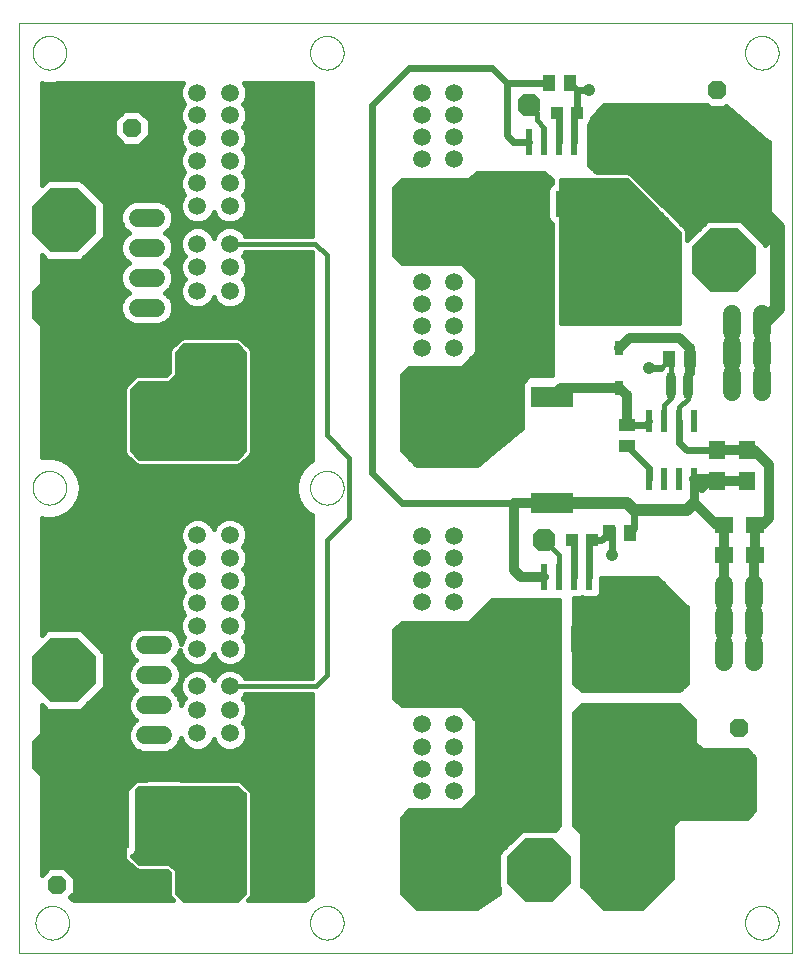
<source format=gtl>
G75*
%MOIN*%
%OFA0B0*%
%FSLAX25Y25*%
%IPPOS*%
%LPD*%
%AMOC8*
5,1,8,0,0,1.08239X$1,22.5*
%
%ADD10C,0.00000*%
%ADD11C,0.05906*%
%ADD12C,0.06000*%
%ADD13R,0.02400X0.08700*%
%ADD14R,0.04331X0.03937*%
%ADD15OC8,0.06300*%
%ADD16R,0.09300X0.20100*%
%ADD17OC8,0.09450*%
%ADD18R,0.03000X0.04800*%
%ADD19R,0.02200X0.07800*%
%ADD20R,0.05700X0.04400*%
%ADD21R,0.06300X0.05500*%
%ADD22R,0.14200X0.07100*%
%ADD23R,0.02600X0.03800*%
%ADD24R,0.04400X0.05700*%
%ADD25R,0.05500X0.06300*%
%ADD26OC8,0.21500*%
%ADD27OC8,0.07600*%
%ADD28C,0.03200*%
%ADD29C,0.02400*%
%ADD30C,0.04100*%
%ADD31C,0.01600*%
%ADD32C,0.04000*%
%ADD33C,0.03000*%
%ADD34C,0.05000*%
D10*
X0007667Y0007667D02*
X0007667Y0317667D01*
X0265167Y0317667D01*
X0265167Y0007667D01*
X0007667Y0007667D01*
X0013051Y0017667D02*
X0013053Y0017816D01*
X0013059Y0017965D01*
X0013069Y0018114D01*
X0013083Y0018262D01*
X0013101Y0018410D01*
X0013122Y0018558D01*
X0013148Y0018705D01*
X0013178Y0018851D01*
X0013211Y0018996D01*
X0013248Y0019140D01*
X0013289Y0019284D01*
X0013334Y0019426D01*
X0013383Y0019567D01*
X0013436Y0019706D01*
X0013492Y0019844D01*
X0013551Y0019981D01*
X0013615Y0020116D01*
X0013682Y0020249D01*
X0013752Y0020380D01*
X0013826Y0020510D01*
X0013904Y0020637D01*
X0013984Y0020763D01*
X0014069Y0020886D01*
X0014156Y0021007D01*
X0014246Y0021125D01*
X0014340Y0021241D01*
X0014437Y0021355D01*
X0014536Y0021466D01*
X0014639Y0021574D01*
X0014744Y0021679D01*
X0014852Y0021782D01*
X0014963Y0021881D01*
X0015077Y0021978D01*
X0015193Y0022072D01*
X0015311Y0022162D01*
X0015432Y0022249D01*
X0015555Y0022334D01*
X0015681Y0022414D01*
X0015808Y0022492D01*
X0015938Y0022566D01*
X0016069Y0022636D01*
X0016202Y0022703D01*
X0016337Y0022767D01*
X0016474Y0022826D01*
X0016612Y0022882D01*
X0016751Y0022935D01*
X0016892Y0022984D01*
X0017034Y0023029D01*
X0017178Y0023070D01*
X0017322Y0023107D01*
X0017467Y0023140D01*
X0017613Y0023170D01*
X0017760Y0023196D01*
X0017908Y0023217D01*
X0018056Y0023235D01*
X0018204Y0023249D01*
X0018353Y0023259D01*
X0018502Y0023265D01*
X0018651Y0023267D01*
X0018800Y0023265D01*
X0018949Y0023259D01*
X0019098Y0023249D01*
X0019246Y0023235D01*
X0019394Y0023217D01*
X0019542Y0023196D01*
X0019689Y0023170D01*
X0019835Y0023140D01*
X0019980Y0023107D01*
X0020124Y0023070D01*
X0020268Y0023029D01*
X0020410Y0022984D01*
X0020551Y0022935D01*
X0020690Y0022882D01*
X0020828Y0022826D01*
X0020965Y0022767D01*
X0021100Y0022703D01*
X0021233Y0022636D01*
X0021364Y0022566D01*
X0021494Y0022492D01*
X0021621Y0022414D01*
X0021747Y0022334D01*
X0021870Y0022249D01*
X0021991Y0022162D01*
X0022109Y0022072D01*
X0022225Y0021978D01*
X0022339Y0021881D01*
X0022450Y0021782D01*
X0022558Y0021679D01*
X0022663Y0021574D01*
X0022766Y0021466D01*
X0022865Y0021355D01*
X0022962Y0021241D01*
X0023056Y0021125D01*
X0023146Y0021007D01*
X0023233Y0020886D01*
X0023318Y0020763D01*
X0023398Y0020637D01*
X0023476Y0020510D01*
X0023550Y0020380D01*
X0023620Y0020249D01*
X0023687Y0020116D01*
X0023751Y0019981D01*
X0023810Y0019844D01*
X0023866Y0019706D01*
X0023919Y0019567D01*
X0023968Y0019426D01*
X0024013Y0019284D01*
X0024054Y0019140D01*
X0024091Y0018996D01*
X0024124Y0018851D01*
X0024154Y0018705D01*
X0024180Y0018558D01*
X0024201Y0018410D01*
X0024219Y0018262D01*
X0024233Y0018114D01*
X0024243Y0017965D01*
X0024249Y0017816D01*
X0024251Y0017667D01*
X0024249Y0017518D01*
X0024243Y0017369D01*
X0024233Y0017220D01*
X0024219Y0017072D01*
X0024201Y0016924D01*
X0024180Y0016776D01*
X0024154Y0016629D01*
X0024124Y0016483D01*
X0024091Y0016338D01*
X0024054Y0016194D01*
X0024013Y0016050D01*
X0023968Y0015908D01*
X0023919Y0015767D01*
X0023866Y0015628D01*
X0023810Y0015490D01*
X0023751Y0015353D01*
X0023687Y0015218D01*
X0023620Y0015085D01*
X0023550Y0014954D01*
X0023476Y0014824D01*
X0023398Y0014697D01*
X0023318Y0014571D01*
X0023233Y0014448D01*
X0023146Y0014327D01*
X0023056Y0014209D01*
X0022962Y0014093D01*
X0022865Y0013979D01*
X0022766Y0013868D01*
X0022663Y0013760D01*
X0022558Y0013655D01*
X0022450Y0013552D01*
X0022339Y0013453D01*
X0022225Y0013356D01*
X0022109Y0013262D01*
X0021991Y0013172D01*
X0021870Y0013085D01*
X0021747Y0013000D01*
X0021621Y0012920D01*
X0021494Y0012842D01*
X0021364Y0012768D01*
X0021233Y0012698D01*
X0021100Y0012631D01*
X0020965Y0012567D01*
X0020828Y0012508D01*
X0020690Y0012452D01*
X0020551Y0012399D01*
X0020410Y0012350D01*
X0020268Y0012305D01*
X0020124Y0012264D01*
X0019980Y0012227D01*
X0019835Y0012194D01*
X0019689Y0012164D01*
X0019542Y0012138D01*
X0019394Y0012117D01*
X0019246Y0012099D01*
X0019098Y0012085D01*
X0018949Y0012075D01*
X0018800Y0012069D01*
X0018651Y0012067D01*
X0018502Y0012069D01*
X0018353Y0012075D01*
X0018204Y0012085D01*
X0018056Y0012099D01*
X0017908Y0012117D01*
X0017760Y0012138D01*
X0017613Y0012164D01*
X0017467Y0012194D01*
X0017322Y0012227D01*
X0017178Y0012264D01*
X0017034Y0012305D01*
X0016892Y0012350D01*
X0016751Y0012399D01*
X0016612Y0012452D01*
X0016474Y0012508D01*
X0016337Y0012567D01*
X0016202Y0012631D01*
X0016069Y0012698D01*
X0015938Y0012768D01*
X0015808Y0012842D01*
X0015681Y0012920D01*
X0015555Y0013000D01*
X0015432Y0013085D01*
X0015311Y0013172D01*
X0015193Y0013262D01*
X0015077Y0013356D01*
X0014963Y0013453D01*
X0014852Y0013552D01*
X0014744Y0013655D01*
X0014639Y0013760D01*
X0014536Y0013868D01*
X0014437Y0013979D01*
X0014340Y0014093D01*
X0014246Y0014209D01*
X0014156Y0014327D01*
X0014069Y0014448D01*
X0013984Y0014571D01*
X0013904Y0014697D01*
X0013826Y0014824D01*
X0013752Y0014954D01*
X0013682Y0015085D01*
X0013615Y0015218D01*
X0013551Y0015353D01*
X0013492Y0015490D01*
X0013436Y0015628D01*
X0013383Y0015767D01*
X0013334Y0015908D01*
X0013289Y0016050D01*
X0013248Y0016194D01*
X0013211Y0016338D01*
X0013178Y0016483D01*
X0013148Y0016629D01*
X0013122Y0016776D01*
X0013101Y0016924D01*
X0013083Y0017072D01*
X0013069Y0017220D01*
X0013059Y0017369D01*
X0013053Y0017518D01*
X0013051Y0017667D01*
X0104567Y0017667D02*
X0104569Y0017816D01*
X0104575Y0017965D01*
X0104585Y0018114D01*
X0104599Y0018262D01*
X0104617Y0018410D01*
X0104638Y0018558D01*
X0104664Y0018705D01*
X0104694Y0018851D01*
X0104727Y0018996D01*
X0104764Y0019140D01*
X0104805Y0019284D01*
X0104850Y0019426D01*
X0104899Y0019567D01*
X0104952Y0019706D01*
X0105008Y0019844D01*
X0105067Y0019981D01*
X0105131Y0020116D01*
X0105198Y0020249D01*
X0105268Y0020380D01*
X0105342Y0020510D01*
X0105420Y0020637D01*
X0105500Y0020763D01*
X0105585Y0020886D01*
X0105672Y0021007D01*
X0105762Y0021125D01*
X0105856Y0021241D01*
X0105953Y0021355D01*
X0106052Y0021466D01*
X0106155Y0021574D01*
X0106260Y0021679D01*
X0106368Y0021782D01*
X0106479Y0021881D01*
X0106593Y0021978D01*
X0106709Y0022072D01*
X0106827Y0022162D01*
X0106948Y0022249D01*
X0107071Y0022334D01*
X0107197Y0022414D01*
X0107324Y0022492D01*
X0107454Y0022566D01*
X0107585Y0022636D01*
X0107718Y0022703D01*
X0107853Y0022767D01*
X0107990Y0022826D01*
X0108128Y0022882D01*
X0108267Y0022935D01*
X0108408Y0022984D01*
X0108550Y0023029D01*
X0108694Y0023070D01*
X0108838Y0023107D01*
X0108983Y0023140D01*
X0109129Y0023170D01*
X0109276Y0023196D01*
X0109424Y0023217D01*
X0109572Y0023235D01*
X0109720Y0023249D01*
X0109869Y0023259D01*
X0110018Y0023265D01*
X0110167Y0023267D01*
X0110316Y0023265D01*
X0110465Y0023259D01*
X0110614Y0023249D01*
X0110762Y0023235D01*
X0110910Y0023217D01*
X0111058Y0023196D01*
X0111205Y0023170D01*
X0111351Y0023140D01*
X0111496Y0023107D01*
X0111640Y0023070D01*
X0111784Y0023029D01*
X0111926Y0022984D01*
X0112067Y0022935D01*
X0112206Y0022882D01*
X0112344Y0022826D01*
X0112481Y0022767D01*
X0112616Y0022703D01*
X0112749Y0022636D01*
X0112880Y0022566D01*
X0113010Y0022492D01*
X0113137Y0022414D01*
X0113263Y0022334D01*
X0113386Y0022249D01*
X0113507Y0022162D01*
X0113625Y0022072D01*
X0113741Y0021978D01*
X0113855Y0021881D01*
X0113966Y0021782D01*
X0114074Y0021679D01*
X0114179Y0021574D01*
X0114282Y0021466D01*
X0114381Y0021355D01*
X0114478Y0021241D01*
X0114572Y0021125D01*
X0114662Y0021007D01*
X0114749Y0020886D01*
X0114834Y0020763D01*
X0114914Y0020637D01*
X0114992Y0020510D01*
X0115066Y0020380D01*
X0115136Y0020249D01*
X0115203Y0020116D01*
X0115267Y0019981D01*
X0115326Y0019844D01*
X0115382Y0019706D01*
X0115435Y0019567D01*
X0115484Y0019426D01*
X0115529Y0019284D01*
X0115570Y0019140D01*
X0115607Y0018996D01*
X0115640Y0018851D01*
X0115670Y0018705D01*
X0115696Y0018558D01*
X0115717Y0018410D01*
X0115735Y0018262D01*
X0115749Y0018114D01*
X0115759Y0017965D01*
X0115765Y0017816D01*
X0115767Y0017667D01*
X0115765Y0017518D01*
X0115759Y0017369D01*
X0115749Y0017220D01*
X0115735Y0017072D01*
X0115717Y0016924D01*
X0115696Y0016776D01*
X0115670Y0016629D01*
X0115640Y0016483D01*
X0115607Y0016338D01*
X0115570Y0016194D01*
X0115529Y0016050D01*
X0115484Y0015908D01*
X0115435Y0015767D01*
X0115382Y0015628D01*
X0115326Y0015490D01*
X0115267Y0015353D01*
X0115203Y0015218D01*
X0115136Y0015085D01*
X0115066Y0014954D01*
X0114992Y0014824D01*
X0114914Y0014697D01*
X0114834Y0014571D01*
X0114749Y0014448D01*
X0114662Y0014327D01*
X0114572Y0014209D01*
X0114478Y0014093D01*
X0114381Y0013979D01*
X0114282Y0013868D01*
X0114179Y0013760D01*
X0114074Y0013655D01*
X0113966Y0013552D01*
X0113855Y0013453D01*
X0113741Y0013356D01*
X0113625Y0013262D01*
X0113507Y0013172D01*
X0113386Y0013085D01*
X0113263Y0013000D01*
X0113137Y0012920D01*
X0113010Y0012842D01*
X0112880Y0012768D01*
X0112749Y0012698D01*
X0112616Y0012631D01*
X0112481Y0012567D01*
X0112344Y0012508D01*
X0112206Y0012452D01*
X0112067Y0012399D01*
X0111926Y0012350D01*
X0111784Y0012305D01*
X0111640Y0012264D01*
X0111496Y0012227D01*
X0111351Y0012194D01*
X0111205Y0012164D01*
X0111058Y0012138D01*
X0110910Y0012117D01*
X0110762Y0012099D01*
X0110614Y0012085D01*
X0110465Y0012075D01*
X0110316Y0012069D01*
X0110167Y0012067D01*
X0110018Y0012069D01*
X0109869Y0012075D01*
X0109720Y0012085D01*
X0109572Y0012099D01*
X0109424Y0012117D01*
X0109276Y0012138D01*
X0109129Y0012164D01*
X0108983Y0012194D01*
X0108838Y0012227D01*
X0108694Y0012264D01*
X0108550Y0012305D01*
X0108408Y0012350D01*
X0108267Y0012399D01*
X0108128Y0012452D01*
X0107990Y0012508D01*
X0107853Y0012567D01*
X0107718Y0012631D01*
X0107585Y0012698D01*
X0107454Y0012768D01*
X0107324Y0012842D01*
X0107197Y0012920D01*
X0107071Y0013000D01*
X0106948Y0013085D01*
X0106827Y0013172D01*
X0106709Y0013262D01*
X0106593Y0013356D01*
X0106479Y0013453D01*
X0106368Y0013552D01*
X0106260Y0013655D01*
X0106155Y0013760D01*
X0106052Y0013868D01*
X0105953Y0013979D01*
X0105856Y0014093D01*
X0105762Y0014209D01*
X0105672Y0014327D01*
X0105585Y0014448D01*
X0105500Y0014571D01*
X0105420Y0014697D01*
X0105342Y0014824D01*
X0105268Y0014954D01*
X0105198Y0015085D01*
X0105131Y0015218D01*
X0105067Y0015353D01*
X0105008Y0015490D01*
X0104952Y0015628D01*
X0104899Y0015767D01*
X0104850Y0015908D01*
X0104805Y0016050D01*
X0104764Y0016194D01*
X0104727Y0016338D01*
X0104694Y0016483D01*
X0104664Y0016629D01*
X0104638Y0016776D01*
X0104617Y0016924D01*
X0104599Y0017072D01*
X0104585Y0017220D01*
X0104575Y0017369D01*
X0104569Y0017518D01*
X0104567Y0017667D01*
X0104567Y0162667D02*
X0104569Y0162816D01*
X0104575Y0162965D01*
X0104585Y0163114D01*
X0104599Y0163262D01*
X0104617Y0163410D01*
X0104638Y0163558D01*
X0104664Y0163705D01*
X0104694Y0163851D01*
X0104727Y0163996D01*
X0104764Y0164140D01*
X0104805Y0164284D01*
X0104850Y0164426D01*
X0104899Y0164567D01*
X0104952Y0164706D01*
X0105008Y0164844D01*
X0105067Y0164981D01*
X0105131Y0165116D01*
X0105198Y0165249D01*
X0105268Y0165380D01*
X0105342Y0165510D01*
X0105420Y0165637D01*
X0105500Y0165763D01*
X0105585Y0165886D01*
X0105672Y0166007D01*
X0105762Y0166125D01*
X0105856Y0166241D01*
X0105953Y0166355D01*
X0106052Y0166466D01*
X0106155Y0166574D01*
X0106260Y0166679D01*
X0106368Y0166782D01*
X0106479Y0166881D01*
X0106593Y0166978D01*
X0106709Y0167072D01*
X0106827Y0167162D01*
X0106948Y0167249D01*
X0107071Y0167334D01*
X0107197Y0167414D01*
X0107324Y0167492D01*
X0107454Y0167566D01*
X0107585Y0167636D01*
X0107718Y0167703D01*
X0107853Y0167767D01*
X0107990Y0167826D01*
X0108128Y0167882D01*
X0108267Y0167935D01*
X0108408Y0167984D01*
X0108550Y0168029D01*
X0108694Y0168070D01*
X0108838Y0168107D01*
X0108983Y0168140D01*
X0109129Y0168170D01*
X0109276Y0168196D01*
X0109424Y0168217D01*
X0109572Y0168235D01*
X0109720Y0168249D01*
X0109869Y0168259D01*
X0110018Y0168265D01*
X0110167Y0168267D01*
X0110316Y0168265D01*
X0110465Y0168259D01*
X0110614Y0168249D01*
X0110762Y0168235D01*
X0110910Y0168217D01*
X0111058Y0168196D01*
X0111205Y0168170D01*
X0111351Y0168140D01*
X0111496Y0168107D01*
X0111640Y0168070D01*
X0111784Y0168029D01*
X0111926Y0167984D01*
X0112067Y0167935D01*
X0112206Y0167882D01*
X0112344Y0167826D01*
X0112481Y0167767D01*
X0112616Y0167703D01*
X0112749Y0167636D01*
X0112880Y0167566D01*
X0113010Y0167492D01*
X0113137Y0167414D01*
X0113263Y0167334D01*
X0113386Y0167249D01*
X0113507Y0167162D01*
X0113625Y0167072D01*
X0113741Y0166978D01*
X0113855Y0166881D01*
X0113966Y0166782D01*
X0114074Y0166679D01*
X0114179Y0166574D01*
X0114282Y0166466D01*
X0114381Y0166355D01*
X0114478Y0166241D01*
X0114572Y0166125D01*
X0114662Y0166007D01*
X0114749Y0165886D01*
X0114834Y0165763D01*
X0114914Y0165637D01*
X0114992Y0165510D01*
X0115066Y0165380D01*
X0115136Y0165249D01*
X0115203Y0165116D01*
X0115267Y0164981D01*
X0115326Y0164844D01*
X0115382Y0164706D01*
X0115435Y0164567D01*
X0115484Y0164426D01*
X0115529Y0164284D01*
X0115570Y0164140D01*
X0115607Y0163996D01*
X0115640Y0163851D01*
X0115670Y0163705D01*
X0115696Y0163558D01*
X0115717Y0163410D01*
X0115735Y0163262D01*
X0115749Y0163114D01*
X0115759Y0162965D01*
X0115765Y0162816D01*
X0115767Y0162667D01*
X0115765Y0162518D01*
X0115759Y0162369D01*
X0115749Y0162220D01*
X0115735Y0162072D01*
X0115717Y0161924D01*
X0115696Y0161776D01*
X0115670Y0161629D01*
X0115640Y0161483D01*
X0115607Y0161338D01*
X0115570Y0161194D01*
X0115529Y0161050D01*
X0115484Y0160908D01*
X0115435Y0160767D01*
X0115382Y0160628D01*
X0115326Y0160490D01*
X0115267Y0160353D01*
X0115203Y0160218D01*
X0115136Y0160085D01*
X0115066Y0159954D01*
X0114992Y0159824D01*
X0114914Y0159697D01*
X0114834Y0159571D01*
X0114749Y0159448D01*
X0114662Y0159327D01*
X0114572Y0159209D01*
X0114478Y0159093D01*
X0114381Y0158979D01*
X0114282Y0158868D01*
X0114179Y0158760D01*
X0114074Y0158655D01*
X0113966Y0158552D01*
X0113855Y0158453D01*
X0113741Y0158356D01*
X0113625Y0158262D01*
X0113507Y0158172D01*
X0113386Y0158085D01*
X0113263Y0158000D01*
X0113137Y0157920D01*
X0113010Y0157842D01*
X0112880Y0157768D01*
X0112749Y0157698D01*
X0112616Y0157631D01*
X0112481Y0157567D01*
X0112344Y0157508D01*
X0112206Y0157452D01*
X0112067Y0157399D01*
X0111926Y0157350D01*
X0111784Y0157305D01*
X0111640Y0157264D01*
X0111496Y0157227D01*
X0111351Y0157194D01*
X0111205Y0157164D01*
X0111058Y0157138D01*
X0110910Y0157117D01*
X0110762Y0157099D01*
X0110614Y0157085D01*
X0110465Y0157075D01*
X0110316Y0157069D01*
X0110167Y0157067D01*
X0110018Y0157069D01*
X0109869Y0157075D01*
X0109720Y0157085D01*
X0109572Y0157099D01*
X0109424Y0157117D01*
X0109276Y0157138D01*
X0109129Y0157164D01*
X0108983Y0157194D01*
X0108838Y0157227D01*
X0108694Y0157264D01*
X0108550Y0157305D01*
X0108408Y0157350D01*
X0108267Y0157399D01*
X0108128Y0157452D01*
X0107990Y0157508D01*
X0107853Y0157567D01*
X0107718Y0157631D01*
X0107585Y0157698D01*
X0107454Y0157768D01*
X0107324Y0157842D01*
X0107197Y0157920D01*
X0107071Y0158000D01*
X0106948Y0158085D01*
X0106827Y0158172D01*
X0106709Y0158262D01*
X0106593Y0158356D01*
X0106479Y0158453D01*
X0106368Y0158552D01*
X0106260Y0158655D01*
X0106155Y0158760D01*
X0106052Y0158868D01*
X0105953Y0158979D01*
X0105856Y0159093D01*
X0105762Y0159209D01*
X0105672Y0159327D01*
X0105585Y0159448D01*
X0105500Y0159571D01*
X0105420Y0159697D01*
X0105342Y0159824D01*
X0105268Y0159954D01*
X0105198Y0160085D01*
X0105131Y0160218D01*
X0105067Y0160353D01*
X0105008Y0160490D01*
X0104952Y0160628D01*
X0104899Y0160767D01*
X0104850Y0160908D01*
X0104805Y0161050D01*
X0104764Y0161194D01*
X0104727Y0161338D01*
X0104694Y0161483D01*
X0104664Y0161629D01*
X0104638Y0161776D01*
X0104617Y0161924D01*
X0104599Y0162072D01*
X0104585Y0162220D01*
X0104575Y0162369D01*
X0104569Y0162518D01*
X0104567Y0162667D01*
X0012067Y0162667D02*
X0012069Y0162816D01*
X0012075Y0162965D01*
X0012085Y0163114D01*
X0012099Y0163262D01*
X0012117Y0163410D01*
X0012138Y0163558D01*
X0012164Y0163705D01*
X0012194Y0163851D01*
X0012227Y0163996D01*
X0012264Y0164140D01*
X0012305Y0164284D01*
X0012350Y0164426D01*
X0012399Y0164567D01*
X0012452Y0164706D01*
X0012508Y0164844D01*
X0012567Y0164981D01*
X0012631Y0165116D01*
X0012698Y0165249D01*
X0012768Y0165380D01*
X0012842Y0165510D01*
X0012920Y0165637D01*
X0013000Y0165763D01*
X0013085Y0165886D01*
X0013172Y0166007D01*
X0013262Y0166125D01*
X0013356Y0166241D01*
X0013453Y0166355D01*
X0013552Y0166466D01*
X0013655Y0166574D01*
X0013760Y0166679D01*
X0013868Y0166782D01*
X0013979Y0166881D01*
X0014093Y0166978D01*
X0014209Y0167072D01*
X0014327Y0167162D01*
X0014448Y0167249D01*
X0014571Y0167334D01*
X0014697Y0167414D01*
X0014824Y0167492D01*
X0014954Y0167566D01*
X0015085Y0167636D01*
X0015218Y0167703D01*
X0015353Y0167767D01*
X0015490Y0167826D01*
X0015628Y0167882D01*
X0015767Y0167935D01*
X0015908Y0167984D01*
X0016050Y0168029D01*
X0016194Y0168070D01*
X0016338Y0168107D01*
X0016483Y0168140D01*
X0016629Y0168170D01*
X0016776Y0168196D01*
X0016924Y0168217D01*
X0017072Y0168235D01*
X0017220Y0168249D01*
X0017369Y0168259D01*
X0017518Y0168265D01*
X0017667Y0168267D01*
X0017816Y0168265D01*
X0017965Y0168259D01*
X0018114Y0168249D01*
X0018262Y0168235D01*
X0018410Y0168217D01*
X0018558Y0168196D01*
X0018705Y0168170D01*
X0018851Y0168140D01*
X0018996Y0168107D01*
X0019140Y0168070D01*
X0019284Y0168029D01*
X0019426Y0167984D01*
X0019567Y0167935D01*
X0019706Y0167882D01*
X0019844Y0167826D01*
X0019981Y0167767D01*
X0020116Y0167703D01*
X0020249Y0167636D01*
X0020380Y0167566D01*
X0020510Y0167492D01*
X0020637Y0167414D01*
X0020763Y0167334D01*
X0020886Y0167249D01*
X0021007Y0167162D01*
X0021125Y0167072D01*
X0021241Y0166978D01*
X0021355Y0166881D01*
X0021466Y0166782D01*
X0021574Y0166679D01*
X0021679Y0166574D01*
X0021782Y0166466D01*
X0021881Y0166355D01*
X0021978Y0166241D01*
X0022072Y0166125D01*
X0022162Y0166007D01*
X0022249Y0165886D01*
X0022334Y0165763D01*
X0022414Y0165637D01*
X0022492Y0165510D01*
X0022566Y0165380D01*
X0022636Y0165249D01*
X0022703Y0165116D01*
X0022767Y0164981D01*
X0022826Y0164844D01*
X0022882Y0164706D01*
X0022935Y0164567D01*
X0022984Y0164426D01*
X0023029Y0164284D01*
X0023070Y0164140D01*
X0023107Y0163996D01*
X0023140Y0163851D01*
X0023170Y0163705D01*
X0023196Y0163558D01*
X0023217Y0163410D01*
X0023235Y0163262D01*
X0023249Y0163114D01*
X0023259Y0162965D01*
X0023265Y0162816D01*
X0023267Y0162667D01*
X0023265Y0162518D01*
X0023259Y0162369D01*
X0023249Y0162220D01*
X0023235Y0162072D01*
X0023217Y0161924D01*
X0023196Y0161776D01*
X0023170Y0161629D01*
X0023140Y0161483D01*
X0023107Y0161338D01*
X0023070Y0161194D01*
X0023029Y0161050D01*
X0022984Y0160908D01*
X0022935Y0160767D01*
X0022882Y0160628D01*
X0022826Y0160490D01*
X0022767Y0160353D01*
X0022703Y0160218D01*
X0022636Y0160085D01*
X0022566Y0159954D01*
X0022492Y0159824D01*
X0022414Y0159697D01*
X0022334Y0159571D01*
X0022249Y0159448D01*
X0022162Y0159327D01*
X0022072Y0159209D01*
X0021978Y0159093D01*
X0021881Y0158979D01*
X0021782Y0158868D01*
X0021679Y0158760D01*
X0021574Y0158655D01*
X0021466Y0158552D01*
X0021355Y0158453D01*
X0021241Y0158356D01*
X0021125Y0158262D01*
X0021007Y0158172D01*
X0020886Y0158085D01*
X0020763Y0158000D01*
X0020637Y0157920D01*
X0020510Y0157842D01*
X0020380Y0157768D01*
X0020249Y0157698D01*
X0020116Y0157631D01*
X0019981Y0157567D01*
X0019844Y0157508D01*
X0019706Y0157452D01*
X0019567Y0157399D01*
X0019426Y0157350D01*
X0019284Y0157305D01*
X0019140Y0157264D01*
X0018996Y0157227D01*
X0018851Y0157194D01*
X0018705Y0157164D01*
X0018558Y0157138D01*
X0018410Y0157117D01*
X0018262Y0157099D01*
X0018114Y0157085D01*
X0017965Y0157075D01*
X0017816Y0157069D01*
X0017667Y0157067D01*
X0017518Y0157069D01*
X0017369Y0157075D01*
X0017220Y0157085D01*
X0017072Y0157099D01*
X0016924Y0157117D01*
X0016776Y0157138D01*
X0016629Y0157164D01*
X0016483Y0157194D01*
X0016338Y0157227D01*
X0016194Y0157264D01*
X0016050Y0157305D01*
X0015908Y0157350D01*
X0015767Y0157399D01*
X0015628Y0157452D01*
X0015490Y0157508D01*
X0015353Y0157567D01*
X0015218Y0157631D01*
X0015085Y0157698D01*
X0014954Y0157768D01*
X0014824Y0157842D01*
X0014697Y0157920D01*
X0014571Y0158000D01*
X0014448Y0158085D01*
X0014327Y0158172D01*
X0014209Y0158262D01*
X0014093Y0158356D01*
X0013979Y0158453D01*
X0013868Y0158552D01*
X0013760Y0158655D01*
X0013655Y0158760D01*
X0013552Y0158868D01*
X0013453Y0158979D01*
X0013356Y0159093D01*
X0013262Y0159209D01*
X0013172Y0159327D01*
X0013085Y0159448D01*
X0013000Y0159571D01*
X0012920Y0159697D01*
X0012842Y0159824D01*
X0012768Y0159954D01*
X0012698Y0160085D01*
X0012631Y0160218D01*
X0012567Y0160353D01*
X0012508Y0160490D01*
X0012452Y0160628D01*
X0012399Y0160767D01*
X0012350Y0160908D01*
X0012305Y0161050D01*
X0012264Y0161194D01*
X0012227Y0161338D01*
X0012194Y0161483D01*
X0012164Y0161629D01*
X0012138Y0161776D01*
X0012117Y0161924D01*
X0012099Y0162072D01*
X0012085Y0162220D01*
X0012075Y0162369D01*
X0012069Y0162518D01*
X0012067Y0162667D01*
X0012067Y0307667D02*
X0012069Y0307816D01*
X0012075Y0307965D01*
X0012085Y0308114D01*
X0012099Y0308262D01*
X0012117Y0308410D01*
X0012138Y0308558D01*
X0012164Y0308705D01*
X0012194Y0308851D01*
X0012227Y0308996D01*
X0012264Y0309140D01*
X0012305Y0309284D01*
X0012350Y0309426D01*
X0012399Y0309567D01*
X0012452Y0309706D01*
X0012508Y0309844D01*
X0012567Y0309981D01*
X0012631Y0310116D01*
X0012698Y0310249D01*
X0012768Y0310380D01*
X0012842Y0310510D01*
X0012920Y0310637D01*
X0013000Y0310763D01*
X0013085Y0310886D01*
X0013172Y0311007D01*
X0013262Y0311125D01*
X0013356Y0311241D01*
X0013453Y0311355D01*
X0013552Y0311466D01*
X0013655Y0311574D01*
X0013760Y0311679D01*
X0013868Y0311782D01*
X0013979Y0311881D01*
X0014093Y0311978D01*
X0014209Y0312072D01*
X0014327Y0312162D01*
X0014448Y0312249D01*
X0014571Y0312334D01*
X0014697Y0312414D01*
X0014824Y0312492D01*
X0014954Y0312566D01*
X0015085Y0312636D01*
X0015218Y0312703D01*
X0015353Y0312767D01*
X0015490Y0312826D01*
X0015628Y0312882D01*
X0015767Y0312935D01*
X0015908Y0312984D01*
X0016050Y0313029D01*
X0016194Y0313070D01*
X0016338Y0313107D01*
X0016483Y0313140D01*
X0016629Y0313170D01*
X0016776Y0313196D01*
X0016924Y0313217D01*
X0017072Y0313235D01*
X0017220Y0313249D01*
X0017369Y0313259D01*
X0017518Y0313265D01*
X0017667Y0313267D01*
X0017816Y0313265D01*
X0017965Y0313259D01*
X0018114Y0313249D01*
X0018262Y0313235D01*
X0018410Y0313217D01*
X0018558Y0313196D01*
X0018705Y0313170D01*
X0018851Y0313140D01*
X0018996Y0313107D01*
X0019140Y0313070D01*
X0019284Y0313029D01*
X0019426Y0312984D01*
X0019567Y0312935D01*
X0019706Y0312882D01*
X0019844Y0312826D01*
X0019981Y0312767D01*
X0020116Y0312703D01*
X0020249Y0312636D01*
X0020380Y0312566D01*
X0020510Y0312492D01*
X0020637Y0312414D01*
X0020763Y0312334D01*
X0020886Y0312249D01*
X0021007Y0312162D01*
X0021125Y0312072D01*
X0021241Y0311978D01*
X0021355Y0311881D01*
X0021466Y0311782D01*
X0021574Y0311679D01*
X0021679Y0311574D01*
X0021782Y0311466D01*
X0021881Y0311355D01*
X0021978Y0311241D01*
X0022072Y0311125D01*
X0022162Y0311007D01*
X0022249Y0310886D01*
X0022334Y0310763D01*
X0022414Y0310637D01*
X0022492Y0310510D01*
X0022566Y0310380D01*
X0022636Y0310249D01*
X0022703Y0310116D01*
X0022767Y0309981D01*
X0022826Y0309844D01*
X0022882Y0309706D01*
X0022935Y0309567D01*
X0022984Y0309426D01*
X0023029Y0309284D01*
X0023070Y0309140D01*
X0023107Y0308996D01*
X0023140Y0308851D01*
X0023170Y0308705D01*
X0023196Y0308558D01*
X0023217Y0308410D01*
X0023235Y0308262D01*
X0023249Y0308114D01*
X0023259Y0307965D01*
X0023265Y0307816D01*
X0023267Y0307667D01*
X0023265Y0307518D01*
X0023259Y0307369D01*
X0023249Y0307220D01*
X0023235Y0307072D01*
X0023217Y0306924D01*
X0023196Y0306776D01*
X0023170Y0306629D01*
X0023140Y0306483D01*
X0023107Y0306338D01*
X0023070Y0306194D01*
X0023029Y0306050D01*
X0022984Y0305908D01*
X0022935Y0305767D01*
X0022882Y0305628D01*
X0022826Y0305490D01*
X0022767Y0305353D01*
X0022703Y0305218D01*
X0022636Y0305085D01*
X0022566Y0304954D01*
X0022492Y0304824D01*
X0022414Y0304697D01*
X0022334Y0304571D01*
X0022249Y0304448D01*
X0022162Y0304327D01*
X0022072Y0304209D01*
X0021978Y0304093D01*
X0021881Y0303979D01*
X0021782Y0303868D01*
X0021679Y0303760D01*
X0021574Y0303655D01*
X0021466Y0303552D01*
X0021355Y0303453D01*
X0021241Y0303356D01*
X0021125Y0303262D01*
X0021007Y0303172D01*
X0020886Y0303085D01*
X0020763Y0303000D01*
X0020637Y0302920D01*
X0020510Y0302842D01*
X0020380Y0302768D01*
X0020249Y0302698D01*
X0020116Y0302631D01*
X0019981Y0302567D01*
X0019844Y0302508D01*
X0019706Y0302452D01*
X0019567Y0302399D01*
X0019426Y0302350D01*
X0019284Y0302305D01*
X0019140Y0302264D01*
X0018996Y0302227D01*
X0018851Y0302194D01*
X0018705Y0302164D01*
X0018558Y0302138D01*
X0018410Y0302117D01*
X0018262Y0302099D01*
X0018114Y0302085D01*
X0017965Y0302075D01*
X0017816Y0302069D01*
X0017667Y0302067D01*
X0017518Y0302069D01*
X0017369Y0302075D01*
X0017220Y0302085D01*
X0017072Y0302099D01*
X0016924Y0302117D01*
X0016776Y0302138D01*
X0016629Y0302164D01*
X0016483Y0302194D01*
X0016338Y0302227D01*
X0016194Y0302264D01*
X0016050Y0302305D01*
X0015908Y0302350D01*
X0015767Y0302399D01*
X0015628Y0302452D01*
X0015490Y0302508D01*
X0015353Y0302567D01*
X0015218Y0302631D01*
X0015085Y0302698D01*
X0014954Y0302768D01*
X0014824Y0302842D01*
X0014697Y0302920D01*
X0014571Y0303000D01*
X0014448Y0303085D01*
X0014327Y0303172D01*
X0014209Y0303262D01*
X0014093Y0303356D01*
X0013979Y0303453D01*
X0013868Y0303552D01*
X0013760Y0303655D01*
X0013655Y0303760D01*
X0013552Y0303868D01*
X0013453Y0303979D01*
X0013356Y0304093D01*
X0013262Y0304209D01*
X0013172Y0304327D01*
X0013085Y0304448D01*
X0013000Y0304571D01*
X0012920Y0304697D01*
X0012842Y0304824D01*
X0012768Y0304954D01*
X0012698Y0305085D01*
X0012631Y0305218D01*
X0012567Y0305353D01*
X0012508Y0305490D01*
X0012452Y0305628D01*
X0012399Y0305767D01*
X0012350Y0305908D01*
X0012305Y0306050D01*
X0012264Y0306194D01*
X0012227Y0306338D01*
X0012194Y0306483D01*
X0012164Y0306629D01*
X0012138Y0306776D01*
X0012117Y0306924D01*
X0012099Y0307072D01*
X0012085Y0307220D01*
X0012075Y0307369D01*
X0012069Y0307518D01*
X0012067Y0307667D01*
X0104567Y0307667D02*
X0104569Y0307816D01*
X0104575Y0307965D01*
X0104585Y0308114D01*
X0104599Y0308262D01*
X0104617Y0308410D01*
X0104638Y0308558D01*
X0104664Y0308705D01*
X0104694Y0308851D01*
X0104727Y0308996D01*
X0104764Y0309140D01*
X0104805Y0309284D01*
X0104850Y0309426D01*
X0104899Y0309567D01*
X0104952Y0309706D01*
X0105008Y0309844D01*
X0105067Y0309981D01*
X0105131Y0310116D01*
X0105198Y0310249D01*
X0105268Y0310380D01*
X0105342Y0310510D01*
X0105420Y0310637D01*
X0105500Y0310763D01*
X0105585Y0310886D01*
X0105672Y0311007D01*
X0105762Y0311125D01*
X0105856Y0311241D01*
X0105953Y0311355D01*
X0106052Y0311466D01*
X0106155Y0311574D01*
X0106260Y0311679D01*
X0106368Y0311782D01*
X0106479Y0311881D01*
X0106593Y0311978D01*
X0106709Y0312072D01*
X0106827Y0312162D01*
X0106948Y0312249D01*
X0107071Y0312334D01*
X0107197Y0312414D01*
X0107324Y0312492D01*
X0107454Y0312566D01*
X0107585Y0312636D01*
X0107718Y0312703D01*
X0107853Y0312767D01*
X0107990Y0312826D01*
X0108128Y0312882D01*
X0108267Y0312935D01*
X0108408Y0312984D01*
X0108550Y0313029D01*
X0108694Y0313070D01*
X0108838Y0313107D01*
X0108983Y0313140D01*
X0109129Y0313170D01*
X0109276Y0313196D01*
X0109424Y0313217D01*
X0109572Y0313235D01*
X0109720Y0313249D01*
X0109869Y0313259D01*
X0110018Y0313265D01*
X0110167Y0313267D01*
X0110316Y0313265D01*
X0110465Y0313259D01*
X0110614Y0313249D01*
X0110762Y0313235D01*
X0110910Y0313217D01*
X0111058Y0313196D01*
X0111205Y0313170D01*
X0111351Y0313140D01*
X0111496Y0313107D01*
X0111640Y0313070D01*
X0111784Y0313029D01*
X0111926Y0312984D01*
X0112067Y0312935D01*
X0112206Y0312882D01*
X0112344Y0312826D01*
X0112481Y0312767D01*
X0112616Y0312703D01*
X0112749Y0312636D01*
X0112880Y0312566D01*
X0113010Y0312492D01*
X0113137Y0312414D01*
X0113263Y0312334D01*
X0113386Y0312249D01*
X0113507Y0312162D01*
X0113625Y0312072D01*
X0113741Y0311978D01*
X0113855Y0311881D01*
X0113966Y0311782D01*
X0114074Y0311679D01*
X0114179Y0311574D01*
X0114282Y0311466D01*
X0114381Y0311355D01*
X0114478Y0311241D01*
X0114572Y0311125D01*
X0114662Y0311007D01*
X0114749Y0310886D01*
X0114834Y0310763D01*
X0114914Y0310637D01*
X0114992Y0310510D01*
X0115066Y0310380D01*
X0115136Y0310249D01*
X0115203Y0310116D01*
X0115267Y0309981D01*
X0115326Y0309844D01*
X0115382Y0309706D01*
X0115435Y0309567D01*
X0115484Y0309426D01*
X0115529Y0309284D01*
X0115570Y0309140D01*
X0115607Y0308996D01*
X0115640Y0308851D01*
X0115670Y0308705D01*
X0115696Y0308558D01*
X0115717Y0308410D01*
X0115735Y0308262D01*
X0115749Y0308114D01*
X0115759Y0307965D01*
X0115765Y0307816D01*
X0115767Y0307667D01*
X0115765Y0307518D01*
X0115759Y0307369D01*
X0115749Y0307220D01*
X0115735Y0307072D01*
X0115717Y0306924D01*
X0115696Y0306776D01*
X0115670Y0306629D01*
X0115640Y0306483D01*
X0115607Y0306338D01*
X0115570Y0306194D01*
X0115529Y0306050D01*
X0115484Y0305908D01*
X0115435Y0305767D01*
X0115382Y0305628D01*
X0115326Y0305490D01*
X0115267Y0305353D01*
X0115203Y0305218D01*
X0115136Y0305085D01*
X0115066Y0304954D01*
X0114992Y0304824D01*
X0114914Y0304697D01*
X0114834Y0304571D01*
X0114749Y0304448D01*
X0114662Y0304327D01*
X0114572Y0304209D01*
X0114478Y0304093D01*
X0114381Y0303979D01*
X0114282Y0303868D01*
X0114179Y0303760D01*
X0114074Y0303655D01*
X0113966Y0303552D01*
X0113855Y0303453D01*
X0113741Y0303356D01*
X0113625Y0303262D01*
X0113507Y0303172D01*
X0113386Y0303085D01*
X0113263Y0303000D01*
X0113137Y0302920D01*
X0113010Y0302842D01*
X0112880Y0302768D01*
X0112749Y0302698D01*
X0112616Y0302631D01*
X0112481Y0302567D01*
X0112344Y0302508D01*
X0112206Y0302452D01*
X0112067Y0302399D01*
X0111926Y0302350D01*
X0111784Y0302305D01*
X0111640Y0302264D01*
X0111496Y0302227D01*
X0111351Y0302194D01*
X0111205Y0302164D01*
X0111058Y0302138D01*
X0110910Y0302117D01*
X0110762Y0302099D01*
X0110614Y0302085D01*
X0110465Y0302075D01*
X0110316Y0302069D01*
X0110167Y0302067D01*
X0110018Y0302069D01*
X0109869Y0302075D01*
X0109720Y0302085D01*
X0109572Y0302099D01*
X0109424Y0302117D01*
X0109276Y0302138D01*
X0109129Y0302164D01*
X0108983Y0302194D01*
X0108838Y0302227D01*
X0108694Y0302264D01*
X0108550Y0302305D01*
X0108408Y0302350D01*
X0108267Y0302399D01*
X0108128Y0302452D01*
X0107990Y0302508D01*
X0107853Y0302567D01*
X0107718Y0302631D01*
X0107585Y0302698D01*
X0107454Y0302768D01*
X0107324Y0302842D01*
X0107197Y0302920D01*
X0107071Y0303000D01*
X0106948Y0303085D01*
X0106827Y0303172D01*
X0106709Y0303262D01*
X0106593Y0303356D01*
X0106479Y0303453D01*
X0106368Y0303552D01*
X0106260Y0303655D01*
X0106155Y0303760D01*
X0106052Y0303868D01*
X0105953Y0303979D01*
X0105856Y0304093D01*
X0105762Y0304209D01*
X0105672Y0304327D01*
X0105585Y0304448D01*
X0105500Y0304571D01*
X0105420Y0304697D01*
X0105342Y0304824D01*
X0105268Y0304954D01*
X0105198Y0305085D01*
X0105131Y0305218D01*
X0105067Y0305353D01*
X0105008Y0305490D01*
X0104952Y0305628D01*
X0104899Y0305767D01*
X0104850Y0305908D01*
X0104805Y0306050D01*
X0104764Y0306194D01*
X0104727Y0306338D01*
X0104694Y0306483D01*
X0104664Y0306629D01*
X0104638Y0306776D01*
X0104617Y0306924D01*
X0104599Y0307072D01*
X0104585Y0307220D01*
X0104575Y0307369D01*
X0104569Y0307518D01*
X0104567Y0307667D01*
X0249567Y0307667D02*
X0249569Y0307816D01*
X0249575Y0307965D01*
X0249585Y0308114D01*
X0249599Y0308262D01*
X0249617Y0308410D01*
X0249638Y0308558D01*
X0249664Y0308705D01*
X0249694Y0308851D01*
X0249727Y0308996D01*
X0249764Y0309140D01*
X0249805Y0309284D01*
X0249850Y0309426D01*
X0249899Y0309567D01*
X0249952Y0309706D01*
X0250008Y0309844D01*
X0250067Y0309981D01*
X0250131Y0310116D01*
X0250198Y0310249D01*
X0250268Y0310380D01*
X0250342Y0310510D01*
X0250420Y0310637D01*
X0250500Y0310763D01*
X0250585Y0310886D01*
X0250672Y0311007D01*
X0250762Y0311125D01*
X0250856Y0311241D01*
X0250953Y0311355D01*
X0251052Y0311466D01*
X0251155Y0311574D01*
X0251260Y0311679D01*
X0251368Y0311782D01*
X0251479Y0311881D01*
X0251593Y0311978D01*
X0251709Y0312072D01*
X0251827Y0312162D01*
X0251948Y0312249D01*
X0252071Y0312334D01*
X0252197Y0312414D01*
X0252324Y0312492D01*
X0252454Y0312566D01*
X0252585Y0312636D01*
X0252718Y0312703D01*
X0252853Y0312767D01*
X0252990Y0312826D01*
X0253128Y0312882D01*
X0253267Y0312935D01*
X0253408Y0312984D01*
X0253550Y0313029D01*
X0253694Y0313070D01*
X0253838Y0313107D01*
X0253983Y0313140D01*
X0254129Y0313170D01*
X0254276Y0313196D01*
X0254424Y0313217D01*
X0254572Y0313235D01*
X0254720Y0313249D01*
X0254869Y0313259D01*
X0255018Y0313265D01*
X0255167Y0313267D01*
X0255316Y0313265D01*
X0255465Y0313259D01*
X0255614Y0313249D01*
X0255762Y0313235D01*
X0255910Y0313217D01*
X0256058Y0313196D01*
X0256205Y0313170D01*
X0256351Y0313140D01*
X0256496Y0313107D01*
X0256640Y0313070D01*
X0256784Y0313029D01*
X0256926Y0312984D01*
X0257067Y0312935D01*
X0257206Y0312882D01*
X0257344Y0312826D01*
X0257481Y0312767D01*
X0257616Y0312703D01*
X0257749Y0312636D01*
X0257880Y0312566D01*
X0258010Y0312492D01*
X0258137Y0312414D01*
X0258263Y0312334D01*
X0258386Y0312249D01*
X0258507Y0312162D01*
X0258625Y0312072D01*
X0258741Y0311978D01*
X0258855Y0311881D01*
X0258966Y0311782D01*
X0259074Y0311679D01*
X0259179Y0311574D01*
X0259282Y0311466D01*
X0259381Y0311355D01*
X0259478Y0311241D01*
X0259572Y0311125D01*
X0259662Y0311007D01*
X0259749Y0310886D01*
X0259834Y0310763D01*
X0259914Y0310637D01*
X0259992Y0310510D01*
X0260066Y0310380D01*
X0260136Y0310249D01*
X0260203Y0310116D01*
X0260267Y0309981D01*
X0260326Y0309844D01*
X0260382Y0309706D01*
X0260435Y0309567D01*
X0260484Y0309426D01*
X0260529Y0309284D01*
X0260570Y0309140D01*
X0260607Y0308996D01*
X0260640Y0308851D01*
X0260670Y0308705D01*
X0260696Y0308558D01*
X0260717Y0308410D01*
X0260735Y0308262D01*
X0260749Y0308114D01*
X0260759Y0307965D01*
X0260765Y0307816D01*
X0260767Y0307667D01*
X0260765Y0307518D01*
X0260759Y0307369D01*
X0260749Y0307220D01*
X0260735Y0307072D01*
X0260717Y0306924D01*
X0260696Y0306776D01*
X0260670Y0306629D01*
X0260640Y0306483D01*
X0260607Y0306338D01*
X0260570Y0306194D01*
X0260529Y0306050D01*
X0260484Y0305908D01*
X0260435Y0305767D01*
X0260382Y0305628D01*
X0260326Y0305490D01*
X0260267Y0305353D01*
X0260203Y0305218D01*
X0260136Y0305085D01*
X0260066Y0304954D01*
X0259992Y0304824D01*
X0259914Y0304697D01*
X0259834Y0304571D01*
X0259749Y0304448D01*
X0259662Y0304327D01*
X0259572Y0304209D01*
X0259478Y0304093D01*
X0259381Y0303979D01*
X0259282Y0303868D01*
X0259179Y0303760D01*
X0259074Y0303655D01*
X0258966Y0303552D01*
X0258855Y0303453D01*
X0258741Y0303356D01*
X0258625Y0303262D01*
X0258507Y0303172D01*
X0258386Y0303085D01*
X0258263Y0303000D01*
X0258137Y0302920D01*
X0258010Y0302842D01*
X0257880Y0302768D01*
X0257749Y0302698D01*
X0257616Y0302631D01*
X0257481Y0302567D01*
X0257344Y0302508D01*
X0257206Y0302452D01*
X0257067Y0302399D01*
X0256926Y0302350D01*
X0256784Y0302305D01*
X0256640Y0302264D01*
X0256496Y0302227D01*
X0256351Y0302194D01*
X0256205Y0302164D01*
X0256058Y0302138D01*
X0255910Y0302117D01*
X0255762Y0302099D01*
X0255614Y0302085D01*
X0255465Y0302075D01*
X0255316Y0302069D01*
X0255167Y0302067D01*
X0255018Y0302069D01*
X0254869Y0302075D01*
X0254720Y0302085D01*
X0254572Y0302099D01*
X0254424Y0302117D01*
X0254276Y0302138D01*
X0254129Y0302164D01*
X0253983Y0302194D01*
X0253838Y0302227D01*
X0253694Y0302264D01*
X0253550Y0302305D01*
X0253408Y0302350D01*
X0253267Y0302399D01*
X0253128Y0302452D01*
X0252990Y0302508D01*
X0252853Y0302567D01*
X0252718Y0302631D01*
X0252585Y0302698D01*
X0252454Y0302768D01*
X0252324Y0302842D01*
X0252197Y0302920D01*
X0252071Y0303000D01*
X0251948Y0303085D01*
X0251827Y0303172D01*
X0251709Y0303262D01*
X0251593Y0303356D01*
X0251479Y0303453D01*
X0251368Y0303552D01*
X0251260Y0303655D01*
X0251155Y0303760D01*
X0251052Y0303868D01*
X0250953Y0303979D01*
X0250856Y0304093D01*
X0250762Y0304209D01*
X0250672Y0304327D01*
X0250585Y0304448D01*
X0250500Y0304571D01*
X0250420Y0304697D01*
X0250342Y0304824D01*
X0250268Y0304954D01*
X0250198Y0305085D01*
X0250131Y0305218D01*
X0250067Y0305353D01*
X0250008Y0305490D01*
X0249952Y0305628D01*
X0249899Y0305767D01*
X0249850Y0305908D01*
X0249805Y0306050D01*
X0249764Y0306194D01*
X0249727Y0306338D01*
X0249694Y0306483D01*
X0249664Y0306629D01*
X0249638Y0306776D01*
X0249617Y0306924D01*
X0249599Y0307072D01*
X0249585Y0307220D01*
X0249575Y0307369D01*
X0249569Y0307518D01*
X0249567Y0307667D01*
X0249567Y0017667D02*
X0249569Y0017816D01*
X0249575Y0017965D01*
X0249585Y0018114D01*
X0249599Y0018262D01*
X0249617Y0018410D01*
X0249638Y0018558D01*
X0249664Y0018705D01*
X0249694Y0018851D01*
X0249727Y0018996D01*
X0249764Y0019140D01*
X0249805Y0019284D01*
X0249850Y0019426D01*
X0249899Y0019567D01*
X0249952Y0019706D01*
X0250008Y0019844D01*
X0250067Y0019981D01*
X0250131Y0020116D01*
X0250198Y0020249D01*
X0250268Y0020380D01*
X0250342Y0020510D01*
X0250420Y0020637D01*
X0250500Y0020763D01*
X0250585Y0020886D01*
X0250672Y0021007D01*
X0250762Y0021125D01*
X0250856Y0021241D01*
X0250953Y0021355D01*
X0251052Y0021466D01*
X0251155Y0021574D01*
X0251260Y0021679D01*
X0251368Y0021782D01*
X0251479Y0021881D01*
X0251593Y0021978D01*
X0251709Y0022072D01*
X0251827Y0022162D01*
X0251948Y0022249D01*
X0252071Y0022334D01*
X0252197Y0022414D01*
X0252324Y0022492D01*
X0252454Y0022566D01*
X0252585Y0022636D01*
X0252718Y0022703D01*
X0252853Y0022767D01*
X0252990Y0022826D01*
X0253128Y0022882D01*
X0253267Y0022935D01*
X0253408Y0022984D01*
X0253550Y0023029D01*
X0253694Y0023070D01*
X0253838Y0023107D01*
X0253983Y0023140D01*
X0254129Y0023170D01*
X0254276Y0023196D01*
X0254424Y0023217D01*
X0254572Y0023235D01*
X0254720Y0023249D01*
X0254869Y0023259D01*
X0255018Y0023265D01*
X0255167Y0023267D01*
X0255316Y0023265D01*
X0255465Y0023259D01*
X0255614Y0023249D01*
X0255762Y0023235D01*
X0255910Y0023217D01*
X0256058Y0023196D01*
X0256205Y0023170D01*
X0256351Y0023140D01*
X0256496Y0023107D01*
X0256640Y0023070D01*
X0256784Y0023029D01*
X0256926Y0022984D01*
X0257067Y0022935D01*
X0257206Y0022882D01*
X0257344Y0022826D01*
X0257481Y0022767D01*
X0257616Y0022703D01*
X0257749Y0022636D01*
X0257880Y0022566D01*
X0258010Y0022492D01*
X0258137Y0022414D01*
X0258263Y0022334D01*
X0258386Y0022249D01*
X0258507Y0022162D01*
X0258625Y0022072D01*
X0258741Y0021978D01*
X0258855Y0021881D01*
X0258966Y0021782D01*
X0259074Y0021679D01*
X0259179Y0021574D01*
X0259282Y0021466D01*
X0259381Y0021355D01*
X0259478Y0021241D01*
X0259572Y0021125D01*
X0259662Y0021007D01*
X0259749Y0020886D01*
X0259834Y0020763D01*
X0259914Y0020637D01*
X0259992Y0020510D01*
X0260066Y0020380D01*
X0260136Y0020249D01*
X0260203Y0020116D01*
X0260267Y0019981D01*
X0260326Y0019844D01*
X0260382Y0019706D01*
X0260435Y0019567D01*
X0260484Y0019426D01*
X0260529Y0019284D01*
X0260570Y0019140D01*
X0260607Y0018996D01*
X0260640Y0018851D01*
X0260670Y0018705D01*
X0260696Y0018558D01*
X0260717Y0018410D01*
X0260735Y0018262D01*
X0260749Y0018114D01*
X0260759Y0017965D01*
X0260765Y0017816D01*
X0260767Y0017667D01*
X0260765Y0017518D01*
X0260759Y0017369D01*
X0260749Y0017220D01*
X0260735Y0017072D01*
X0260717Y0016924D01*
X0260696Y0016776D01*
X0260670Y0016629D01*
X0260640Y0016483D01*
X0260607Y0016338D01*
X0260570Y0016194D01*
X0260529Y0016050D01*
X0260484Y0015908D01*
X0260435Y0015767D01*
X0260382Y0015628D01*
X0260326Y0015490D01*
X0260267Y0015353D01*
X0260203Y0015218D01*
X0260136Y0015085D01*
X0260066Y0014954D01*
X0259992Y0014824D01*
X0259914Y0014697D01*
X0259834Y0014571D01*
X0259749Y0014448D01*
X0259662Y0014327D01*
X0259572Y0014209D01*
X0259478Y0014093D01*
X0259381Y0013979D01*
X0259282Y0013868D01*
X0259179Y0013760D01*
X0259074Y0013655D01*
X0258966Y0013552D01*
X0258855Y0013453D01*
X0258741Y0013356D01*
X0258625Y0013262D01*
X0258507Y0013172D01*
X0258386Y0013085D01*
X0258263Y0013000D01*
X0258137Y0012920D01*
X0258010Y0012842D01*
X0257880Y0012768D01*
X0257749Y0012698D01*
X0257616Y0012631D01*
X0257481Y0012567D01*
X0257344Y0012508D01*
X0257206Y0012452D01*
X0257067Y0012399D01*
X0256926Y0012350D01*
X0256784Y0012305D01*
X0256640Y0012264D01*
X0256496Y0012227D01*
X0256351Y0012194D01*
X0256205Y0012164D01*
X0256058Y0012138D01*
X0255910Y0012117D01*
X0255762Y0012099D01*
X0255614Y0012085D01*
X0255465Y0012075D01*
X0255316Y0012069D01*
X0255167Y0012067D01*
X0255018Y0012069D01*
X0254869Y0012075D01*
X0254720Y0012085D01*
X0254572Y0012099D01*
X0254424Y0012117D01*
X0254276Y0012138D01*
X0254129Y0012164D01*
X0253983Y0012194D01*
X0253838Y0012227D01*
X0253694Y0012264D01*
X0253550Y0012305D01*
X0253408Y0012350D01*
X0253267Y0012399D01*
X0253128Y0012452D01*
X0252990Y0012508D01*
X0252853Y0012567D01*
X0252718Y0012631D01*
X0252585Y0012698D01*
X0252454Y0012768D01*
X0252324Y0012842D01*
X0252197Y0012920D01*
X0252071Y0013000D01*
X0251948Y0013085D01*
X0251827Y0013172D01*
X0251709Y0013262D01*
X0251593Y0013356D01*
X0251479Y0013453D01*
X0251368Y0013552D01*
X0251260Y0013655D01*
X0251155Y0013760D01*
X0251052Y0013868D01*
X0250953Y0013979D01*
X0250856Y0014093D01*
X0250762Y0014209D01*
X0250672Y0014327D01*
X0250585Y0014448D01*
X0250500Y0014571D01*
X0250420Y0014697D01*
X0250342Y0014824D01*
X0250268Y0014954D01*
X0250198Y0015085D01*
X0250131Y0015218D01*
X0250067Y0015353D01*
X0250008Y0015490D01*
X0249952Y0015628D01*
X0249899Y0015767D01*
X0249850Y0015908D01*
X0249805Y0016050D01*
X0249764Y0016194D01*
X0249727Y0016338D01*
X0249694Y0016483D01*
X0249664Y0016629D01*
X0249638Y0016776D01*
X0249617Y0016924D01*
X0249599Y0017072D01*
X0249585Y0017220D01*
X0249575Y0017369D01*
X0249569Y0017518D01*
X0249567Y0017667D01*
D11*
X0152667Y0030167D03*
X0152667Y0037529D03*
X0152667Y0044891D03*
X0152667Y0052253D03*
X0152667Y0061663D03*
X0152667Y0069025D03*
X0152667Y0076387D03*
X0152667Y0083749D03*
X0152667Y0093159D03*
X0152667Y0100521D03*
X0152667Y0107883D03*
X0152667Y0115245D03*
X0152667Y0124655D03*
X0152667Y0132017D03*
X0152667Y0139379D03*
X0152667Y0146741D03*
X0141840Y0146741D03*
X0141840Y0139379D03*
X0141840Y0132017D03*
X0141840Y0124655D03*
X0141840Y0115245D03*
X0141840Y0107883D03*
X0141840Y0100521D03*
X0141840Y0093159D03*
X0141840Y0083749D03*
X0141840Y0076387D03*
X0141840Y0069025D03*
X0141840Y0061663D03*
X0141840Y0052253D03*
X0141840Y0044891D03*
X0141840Y0037529D03*
X0141840Y0030167D03*
X0077864Y0030167D03*
X0077864Y0037214D03*
X0077864Y0044261D03*
X0077864Y0051308D03*
X0077864Y0058356D03*
X0067037Y0058356D03*
X0067037Y0051308D03*
X0067037Y0044261D03*
X0067037Y0037214D03*
X0067037Y0030167D03*
X0067037Y0080757D03*
X0067037Y0088631D03*
X0067037Y0096505D03*
X0077864Y0096505D03*
X0077864Y0088631D03*
X0077864Y0080757D03*
X0077864Y0109064D03*
X0077864Y0116623D03*
X0077864Y0124182D03*
X0077864Y0131741D03*
X0077864Y0139301D03*
X0077864Y0146860D03*
X0067037Y0146860D03*
X0067037Y0139301D03*
X0067037Y0131741D03*
X0067037Y0124182D03*
X0067037Y0116623D03*
X0067037Y0109064D03*
X0067037Y0177667D03*
X0067037Y0184714D03*
X0067037Y0191761D03*
X0067037Y0198808D03*
X0067037Y0205856D03*
X0077864Y0205856D03*
X0077864Y0198808D03*
X0077864Y0191761D03*
X0077864Y0184714D03*
X0077864Y0177667D03*
X0077864Y0228257D03*
X0077864Y0236131D03*
X0077864Y0244005D03*
X0067037Y0244005D03*
X0067037Y0236131D03*
X0067037Y0228257D03*
X0067037Y0256564D03*
X0067037Y0264123D03*
X0067037Y0271682D03*
X0067037Y0279241D03*
X0067037Y0286801D03*
X0067037Y0294360D03*
X0077864Y0294360D03*
X0077864Y0286801D03*
X0077864Y0279241D03*
X0077864Y0271682D03*
X0077864Y0264123D03*
X0077864Y0256564D03*
X0141840Y0255383D03*
X0141840Y0262745D03*
X0141840Y0272155D03*
X0141840Y0279517D03*
X0141840Y0286879D03*
X0141840Y0294241D03*
X0152667Y0294241D03*
X0152667Y0286879D03*
X0152667Y0279517D03*
X0152667Y0272155D03*
X0152667Y0262745D03*
X0152667Y0255383D03*
X0152667Y0248021D03*
X0152667Y0240659D03*
X0152667Y0231249D03*
X0152667Y0223887D03*
X0152667Y0216525D03*
X0152667Y0209163D03*
X0152667Y0199753D03*
X0152667Y0192391D03*
X0152667Y0185029D03*
X0152667Y0177667D03*
X0141840Y0177667D03*
X0141840Y0185029D03*
X0141840Y0192391D03*
X0141840Y0199753D03*
X0141840Y0209163D03*
X0141840Y0216525D03*
X0141840Y0223887D03*
X0141840Y0231249D03*
X0141840Y0240659D03*
X0141840Y0248021D03*
D12*
X0053167Y0252667D02*
X0047167Y0252667D01*
X0047167Y0242667D02*
X0053167Y0242667D01*
X0053167Y0232667D02*
X0047167Y0232667D01*
X0047167Y0222667D02*
X0053167Y0222667D01*
X0055667Y0110167D02*
X0049667Y0110167D01*
X0049667Y0100167D02*
X0055667Y0100167D01*
X0055667Y0090167D02*
X0049667Y0090167D01*
X0049667Y0080167D02*
X0055667Y0080167D01*
X0242667Y0104667D02*
X0242667Y0110667D01*
X0242667Y0114667D02*
X0242667Y0120667D01*
X0242667Y0124667D02*
X0242667Y0130667D01*
X0252667Y0130667D02*
X0252667Y0124667D01*
X0252667Y0120667D02*
X0252667Y0114667D01*
X0252667Y0110667D02*
X0252667Y0104667D01*
X0255167Y0194667D02*
X0255167Y0200667D01*
X0255167Y0204667D02*
X0255167Y0210667D01*
X0255167Y0214667D02*
X0255167Y0220667D01*
X0245167Y0220667D02*
X0245167Y0214667D01*
X0245167Y0210667D02*
X0245167Y0204667D01*
X0245167Y0200667D02*
X0245167Y0194667D01*
D13*
X0192667Y0257367D03*
X0187667Y0257367D03*
X0182667Y0257367D03*
X0177667Y0257367D03*
X0177667Y0277967D03*
X0182667Y0277967D03*
X0187667Y0277967D03*
X0192667Y0277967D03*
X0192667Y0132967D03*
X0197667Y0132967D03*
X0187667Y0132967D03*
X0182667Y0132967D03*
X0182667Y0112367D03*
X0187667Y0112367D03*
X0192667Y0112367D03*
X0197667Y0112367D03*
D14*
X0198513Y0145167D03*
X0191820Y0145167D03*
X0193513Y0287667D03*
X0186820Y0287667D03*
D15*
X0240167Y0285167D03*
X0240167Y0295167D03*
X0247667Y0082667D03*
X0247667Y0072667D03*
X0045167Y0272667D03*
X0045167Y0282667D03*
X0020167Y0040167D03*
X0020167Y0030167D03*
D16*
X0039517Y0052667D03*
X0055817Y0052667D03*
X0053317Y0185167D03*
X0037017Y0185167D03*
D17*
X0205967Y0226167D03*
X0219367Y0226167D03*
X0219367Y0279167D03*
X0205967Y0279167D03*
X0210967Y0119167D03*
X0224367Y0119167D03*
X0224367Y0066167D03*
X0210967Y0066167D03*
D18*
X0207667Y0196067D03*
X0207667Y0209267D03*
D19*
X0217667Y0184867D03*
X0222667Y0184867D03*
X0227667Y0184867D03*
X0232667Y0184867D03*
X0232667Y0165467D03*
X0227667Y0165467D03*
X0222667Y0165467D03*
X0217667Y0165467D03*
D20*
X0210167Y0176617D03*
X0210167Y0183717D03*
D21*
X0242567Y0150167D03*
X0242567Y0140167D03*
X0252767Y0140167D03*
X0252767Y0150167D03*
D22*
X0185167Y0157467D03*
X0185167Y0192867D03*
D23*
X0224917Y0194167D03*
X0224917Y0199167D03*
X0230417Y0199167D03*
X0230417Y0194167D03*
D24*
X0231217Y0205667D03*
X0224117Y0205667D03*
X0211217Y0147667D03*
X0204117Y0147667D03*
X0191217Y0297667D03*
X0184117Y0297667D03*
D25*
X0240167Y0175267D03*
X0250167Y0175267D03*
X0250167Y0165067D03*
X0240167Y0165067D03*
D26*
X0242667Y0238417D03*
X0242667Y0266917D03*
X0209417Y0035167D03*
X0180917Y0035167D03*
X0022667Y0073417D03*
X0022667Y0101917D03*
X0022667Y0223417D03*
X0022667Y0251917D03*
D27*
X0177667Y0290167D03*
X0182667Y0145167D03*
D28*
X0182667Y0132967D02*
X0174867Y0132967D01*
X0172667Y0135167D01*
X0172667Y0157467D01*
X0185167Y0157467D01*
X0210167Y0183717D02*
X0210167Y0193567D01*
X0207667Y0196067D01*
X0188367Y0196067D01*
X0185167Y0192867D01*
X0207667Y0209267D02*
X0211067Y0212667D01*
X0227667Y0212667D01*
X0231217Y0209117D01*
X0231217Y0205667D01*
X0231217Y0200967D01*
X0230417Y0199167D02*
X0230417Y0194167D01*
X0224917Y0194167D02*
X0224917Y0199167D01*
X0240167Y0175267D02*
X0250167Y0175267D01*
X0252567Y0175267D01*
X0257667Y0170167D01*
X0257667Y0152667D01*
X0255167Y0150167D01*
X0252767Y0150167D01*
X0252767Y0140167D01*
X0252667Y0137667D02*
X0252667Y0127667D01*
X0252667Y0117667D01*
X0252667Y0107667D01*
X0242667Y0107667D02*
X0242667Y0117667D01*
X0242667Y0127667D01*
X0242667Y0140067D01*
X0242567Y0140167D02*
X0242567Y0150167D01*
X0240167Y0150167D02*
X0232667Y0157667D01*
X0235067Y0162567D02*
X0235067Y0163067D01*
X0232667Y0165467D01*
X0239867Y0165467D01*
X0240167Y0165167D01*
X0240067Y0165167D02*
X0240167Y0165067D01*
X0250167Y0165067D01*
X0240067Y0165167D02*
X0237667Y0165167D01*
X0235067Y0162567D01*
D29*
X0230067Y0175267D02*
X0227667Y0177667D01*
X0227667Y0184867D01*
X0230067Y0175267D02*
X0240167Y0175267D01*
X0217667Y0169117D02*
X0217667Y0165467D01*
X0217667Y0169117D02*
X0210167Y0176617D01*
X0210167Y0183717D02*
X0216517Y0183717D01*
X0217667Y0184867D01*
X0217667Y0202667D02*
X0221617Y0202667D01*
X0212667Y0155167D02*
X0212667Y0149117D01*
X0211217Y0147667D01*
X0205167Y0147667D02*
X0205167Y0140167D01*
X0201617Y0145167D02*
X0198513Y0145167D01*
X0199117Y0145167D01*
X0198513Y0145167D02*
X0197667Y0144320D01*
X0197667Y0132967D01*
X0192667Y0132967D02*
X0192667Y0144320D01*
X0191820Y0145167D01*
X0201617Y0145167D02*
X0204117Y0147667D01*
X0205167Y0147667D02*
X0205167Y0149117D01*
X0172667Y0157467D02*
X0135367Y0157467D01*
X0125167Y0167667D01*
X0125167Y0290167D01*
X0137667Y0302667D01*
X0165167Y0302667D01*
X0170167Y0297667D01*
X0184117Y0297667D01*
X0191217Y0297667D02*
X0193513Y0295370D01*
X0193513Y0287667D01*
X0192667Y0287667D01*
X0192667Y0277967D01*
X0187667Y0277967D02*
X0187667Y0286820D01*
X0186820Y0287667D01*
X0192667Y0286820D02*
X0193513Y0287667D01*
X0193513Y0295167D01*
X0197667Y0295167D01*
X0177667Y0277967D02*
X0172367Y0277967D01*
X0170167Y0280167D01*
X0170167Y0297667D01*
D30*
X0197667Y0295167D03*
X0217667Y0202667D03*
X0205167Y0140167D03*
D31*
X0201667Y0132667D02*
X0220167Y0132667D01*
X0230167Y0122667D01*
X0230167Y0097667D01*
X0227667Y0095167D01*
X0195167Y0095167D01*
X0192667Y0097667D01*
X0192667Y0125817D01*
X0194424Y0125817D01*
X0195167Y0126124D01*
X0195910Y0125817D01*
X0199424Y0125817D01*
X0200453Y0126243D01*
X0201240Y0127031D01*
X0201667Y0128060D01*
X0201667Y0132667D01*
X0201667Y0132351D02*
X0220483Y0132351D01*
X0222081Y0130752D02*
X0201667Y0130752D01*
X0201667Y0129154D02*
X0223680Y0129154D01*
X0225278Y0127555D02*
X0201458Y0127555D01*
X0199761Y0125956D02*
X0226877Y0125956D01*
X0228475Y0124358D02*
X0192667Y0124358D01*
X0192667Y0122759D02*
X0230074Y0122759D01*
X0230167Y0121161D02*
X0192667Y0121161D01*
X0192667Y0119562D02*
X0230167Y0119562D01*
X0230167Y0117964D02*
X0192667Y0117964D01*
X0192667Y0116365D02*
X0230167Y0116365D01*
X0230167Y0114767D02*
X0192667Y0114767D01*
X0192667Y0113168D02*
X0230167Y0113168D01*
X0230167Y0111570D02*
X0192667Y0111570D01*
X0192667Y0109971D02*
X0230167Y0109971D01*
X0230167Y0108373D02*
X0192667Y0108373D01*
X0192667Y0106774D02*
X0230167Y0106774D01*
X0230167Y0105176D02*
X0192667Y0105176D01*
X0192667Y0103577D02*
X0230167Y0103577D01*
X0230167Y0101979D02*
X0192667Y0101979D01*
X0192667Y0100380D02*
X0230167Y0100380D01*
X0230167Y0098782D02*
X0192667Y0098782D01*
X0193150Y0097183D02*
X0229683Y0097183D01*
X0228085Y0095585D02*
X0194749Y0095585D01*
X0195167Y0090167D02*
X0227667Y0090167D01*
X0232667Y0085167D01*
X0232667Y0077667D01*
X0235167Y0075167D01*
X0250167Y0075167D01*
X0252667Y0072667D01*
X0252667Y0055167D01*
X0250167Y0052667D01*
X0227667Y0052667D01*
X0225167Y0050167D01*
X0225167Y0032667D01*
X0215167Y0022667D01*
X0202667Y0022667D01*
X0195167Y0030167D01*
X0195167Y0047667D01*
X0192667Y0050167D01*
X0192667Y0087667D01*
X0195167Y0090167D01*
X0194191Y0089191D02*
X0228643Y0089191D01*
X0230241Y0087592D02*
X0192667Y0087592D01*
X0192667Y0085994D02*
X0231840Y0085994D01*
X0232667Y0084395D02*
X0192667Y0084395D01*
X0192667Y0082797D02*
X0232667Y0082797D01*
X0232667Y0081198D02*
X0192667Y0081198D01*
X0192667Y0079600D02*
X0232667Y0079600D01*
X0232667Y0078001D02*
X0192667Y0078001D01*
X0192667Y0076403D02*
X0233931Y0076403D01*
X0250529Y0074804D02*
X0192667Y0074804D01*
X0192667Y0073206D02*
X0252128Y0073206D01*
X0252667Y0071607D02*
X0192667Y0071607D01*
X0192667Y0070009D02*
X0252667Y0070009D01*
X0252667Y0068410D02*
X0192667Y0068410D01*
X0192667Y0066812D02*
X0252667Y0066812D01*
X0252667Y0065213D02*
X0192667Y0065213D01*
X0192667Y0063615D02*
X0252667Y0063615D01*
X0252667Y0062016D02*
X0192667Y0062016D01*
X0192667Y0060418D02*
X0252667Y0060418D01*
X0252667Y0058819D02*
X0192667Y0058819D01*
X0192667Y0057221D02*
X0252667Y0057221D01*
X0252667Y0055622D02*
X0192667Y0055622D01*
X0192667Y0054023D02*
X0251523Y0054023D01*
X0227425Y0052425D02*
X0192667Y0052425D01*
X0192667Y0050826D02*
X0225826Y0050826D01*
X0225167Y0049228D02*
X0193605Y0049228D01*
X0195167Y0047629D02*
X0225167Y0047629D01*
X0225167Y0046031D02*
X0195167Y0046031D01*
X0195167Y0044432D02*
X0225167Y0044432D01*
X0225167Y0042834D02*
X0195167Y0042834D01*
X0195167Y0041235D02*
X0225167Y0041235D01*
X0225167Y0039637D02*
X0195167Y0039637D01*
X0195167Y0038038D02*
X0225167Y0038038D01*
X0225167Y0036440D02*
X0195167Y0036440D01*
X0195167Y0034841D02*
X0225167Y0034841D01*
X0225167Y0033243D02*
X0195167Y0033243D01*
X0195167Y0031644D02*
X0224144Y0031644D01*
X0222546Y0030046D02*
X0195287Y0030046D01*
X0196886Y0028447D02*
X0220947Y0028447D01*
X0219349Y0026849D02*
X0198485Y0026849D01*
X0200083Y0025250D02*
X0217750Y0025250D01*
X0216152Y0023652D02*
X0201682Y0023652D01*
X0186217Y0048717D02*
X0175304Y0048717D01*
X0167367Y0040779D01*
X0167367Y0029554D01*
X0167667Y0029254D01*
X0167667Y0027667D01*
X0160167Y0022667D01*
X0140167Y0022667D01*
X0135167Y0027667D01*
X0135167Y0052667D01*
X0137667Y0055167D01*
X0155167Y0055167D01*
X0160167Y0060167D01*
X0160167Y0085167D01*
X0155167Y0090167D01*
X0135167Y0090167D01*
X0132667Y0092667D01*
X0132667Y0115167D01*
X0135167Y0117667D01*
X0157667Y0117667D01*
X0165167Y0125167D01*
X0187667Y0125167D01*
X0187667Y0050167D01*
X0186217Y0048717D01*
X0186728Y0049228D02*
X0135167Y0049228D01*
X0135167Y0050826D02*
X0187667Y0050826D01*
X0187667Y0052425D02*
X0135167Y0052425D01*
X0136523Y0054023D02*
X0187667Y0054023D01*
X0187667Y0055622D02*
X0155622Y0055622D01*
X0157221Y0057221D02*
X0187667Y0057221D01*
X0187667Y0058819D02*
X0158819Y0058819D01*
X0160167Y0060418D02*
X0187667Y0060418D01*
X0187667Y0062016D02*
X0160167Y0062016D01*
X0160167Y0063615D02*
X0187667Y0063615D01*
X0187667Y0065213D02*
X0160167Y0065213D01*
X0160167Y0066812D02*
X0187667Y0066812D01*
X0187667Y0068410D02*
X0160167Y0068410D01*
X0160167Y0070009D02*
X0187667Y0070009D01*
X0187667Y0071607D02*
X0160167Y0071607D01*
X0160167Y0073206D02*
X0187667Y0073206D01*
X0187667Y0074804D02*
X0160167Y0074804D01*
X0160167Y0076403D02*
X0187667Y0076403D01*
X0187667Y0078001D02*
X0160167Y0078001D01*
X0160167Y0079600D02*
X0187667Y0079600D01*
X0187667Y0081198D02*
X0160167Y0081198D01*
X0160167Y0082797D02*
X0187667Y0082797D01*
X0187667Y0084395D02*
X0160167Y0084395D01*
X0159340Y0085994D02*
X0187667Y0085994D01*
X0187667Y0087592D02*
X0157741Y0087592D01*
X0156143Y0089191D02*
X0187667Y0089191D01*
X0187667Y0090789D02*
X0134544Y0090789D01*
X0132946Y0092388D02*
X0187667Y0092388D01*
X0187667Y0093986D02*
X0132667Y0093986D01*
X0132667Y0095585D02*
X0187667Y0095585D01*
X0187667Y0097183D02*
X0132667Y0097183D01*
X0132667Y0098782D02*
X0187667Y0098782D01*
X0187667Y0100380D02*
X0132667Y0100380D01*
X0132667Y0101979D02*
X0187667Y0101979D01*
X0187667Y0103577D02*
X0132667Y0103577D01*
X0132667Y0105176D02*
X0187667Y0105176D01*
X0187667Y0106774D02*
X0132667Y0106774D01*
X0132667Y0108373D02*
X0187667Y0108373D01*
X0187667Y0109971D02*
X0132667Y0109971D01*
X0132667Y0111570D02*
X0187667Y0111570D01*
X0187667Y0113168D02*
X0132667Y0113168D01*
X0132667Y0114767D02*
X0187667Y0114767D01*
X0187667Y0116365D02*
X0133865Y0116365D01*
X0110167Y0100167D02*
X0106505Y0096505D01*
X0077864Y0096505D01*
X0072450Y0098469D02*
X0072987Y0099764D01*
X0074605Y0101382D01*
X0076719Y0102258D01*
X0079008Y0102258D01*
X0081122Y0101382D01*
X0082740Y0099764D01*
X0083013Y0099105D01*
X0105167Y0099105D01*
X0105167Y0153545D01*
X0103781Y0154345D01*
X0101845Y0156281D01*
X0100475Y0158652D01*
X0099767Y0161297D01*
X0099767Y0164036D01*
X0100475Y0166681D01*
X0101845Y0169052D01*
X0103781Y0170989D01*
X0105167Y0171789D01*
X0105167Y0241405D01*
X0083013Y0241405D01*
X0082740Y0240747D01*
X0082062Y0240068D01*
X0082740Y0239390D01*
X0083616Y0237276D01*
X0083616Y0234987D01*
X0082740Y0232873D01*
X0082062Y0232194D01*
X0082740Y0231516D01*
X0083616Y0229402D01*
X0083616Y0227113D01*
X0082740Y0224999D01*
X0081122Y0223380D01*
X0079008Y0222504D01*
X0076719Y0222504D01*
X0074605Y0223380D01*
X0072987Y0224999D01*
X0072450Y0226294D01*
X0071914Y0224999D01*
X0070295Y0223380D01*
X0068181Y0222504D01*
X0065892Y0222504D01*
X0063778Y0223380D01*
X0062160Y0224999D01*
X0061284Y0227113D01*
X0061284Y0229402D01*
X0062160Y0231516D01*
X0062838Y0232194D01*
X0062160Y0232873D01*
X0061284Y0234987D01*
X0061284Y0237276D01*
X0062160Y0239390D01*
X0062838Y0240068D01*
X0062160Y0240747D01*
X0061284Y0242861D01*
X0061284Y0245150D01*
X0062160Y0247264D01*
X0063778Y0248882D01*
X0065892Y0249758D01*
X0068181Y0249758D01*
X0070295Y0248882D01*
X0071914Y0247264D01*
X0072450Y0245969D01*
X0072987Y0247264D01*
X0074605Y0248882D01*
X0076719Y0249758D01*
X0079008Y0249758D01*
X0081122Y0248882D01*
X0082740Y0247264D01*
X0083013Y0246605D01*
X0105167Y0246605D01*
X0105167Y0297667D01*
X0082692Y0297667D01*
X0082740Y0297618D01*
X0083616Y0295504D01*
X0083616Y0293215D01*
X0082740Y0291101D01*
X0082220Y0290580D01*
X0082740Y0290059D01*
X0083616Y0287945D01*
X0083616Y0285656D01*
X0082740Y0283542D01*
X0082220Y0283021D01*
X0082740Y0282500D01*
X0083616Y0280386D01*
X0083616Y0278097D01*
X0082740Y0275983D01*
X0082220Y0275462D01*
X0082740Y0274941D01*
X0083616Y0272827D01*
X0083616Y0270538D01*
X0082740Y0268424D01*
X0082220Y0267903D01*
X0082740Y0267382D01*
X0083616Y0265268D01*
X0083616Y0262979D01*
X0082740Y0260865D01*
X0082220Y0260344D01*
X0082740Y0259823D01*
X0083616Y0257709D01*
X0083616Y0255420D01*
X0082740Y0253306D01*
X0081122Y0251687D01*
X0079008Y0250812D01*
X0076719Y0250812D01*
X0074605Y0251687D01*
X0072987Y0253306D01*
X0072450Y0254601D01*
X0071914Y0253306D01*
X0070295Y0251687D01*
X0068181Y0250812D01*
X0065892Y0250812D01*
X0063778Y0251687D01*
X0062160Y0253306D01*
X0061284Y0255420D01*
X0061284Y0257709D01*
X0062160Y0259823D01*
X0062681Y0260344D01*
X0062160Y0260865D01*
X0061284Y0262979D01*
X0061284Y0265268D01*
X0062160Y0267382D01*
X0062681Y0267903D01*
X0062160Y0268424D01*
X0061284Y0270538D01*
X0061284Y0272827D01*
X0062160Y0274941D01*
X0062681Y0275462D01*
X0062160Y0275983D01*
X0061284Y0278097D01*
X0061284Y0280386D01*
X0062160Y0282500D01*
X0062681Y0283021D01*
X0062160Y0283542D01*
X0061284Y0285656D01*
X0061284Y0287945D01*
X0062160Y0290059D01*
X0062681Y0290580D01*
X0062160Y0291101D01*
X0061284Y0293215D01*
X0061284Y0295504D01*
X0062160Y0297618D01*
X0062208Y0297667D01*
X0020529Y0297667D01*
X0019036Y0297267D01*
X0016297Y0297267D01*
X0015167Y0297570D01*
X0015167Y0263579D01*
X0017054Y0265467D01*
X0028279Y0265467D01*
X0036217Y0257529D01*
X0036217Y0246304D01*
X0028279Y0238367D01*
X0017054Y0238367D01*
X0015167Y0240254D01*
X0015167Y0172764D01*
X0016297Y0173067D01*
X0019036Y0173067D01*
X0021681Y0172358D01*
X0024052Y0170989D01*
X0025989Y0169052D01*
X0027358Y0166681D01*
X0028067Y0164036D01*
X0028067Y0161297D01*
X0027358Y0158652D01*
X0025989Y0156281D01*
X0024052Y0154345D01*
X0021681Y0152975D01*
X0019036Y0152267D01*
X0016297Y0152267D01*
X0015167Y0152570D01*
X0015167Y0113579D01*
X0017054Y0115467D01*
X0028279Y0115467D01*
X0036217Y0107529D01*
X0036217Y0096304D01*
X0028279Y0088367D01*
X0017054Y0088367D01*
X0015167Y0090254D01*
X0015167Y0033581D01*
X0017702Y0036117D01*
X0022631Y0036117D01*
X0026117Y0032631D01*
X0026117Y0027702D01*
X0024635Y0026221D01*
X0025037Y0025989D01*
X0025859Y0025167D01*
X0058990Y0025167D01*
X0057962Y0026194D01*
X0057567Y0027149D01*
X0057567Y0034090D01*
X0056590Y0035067D01*
X0047149Y0035067D01*
X0046194Y0035462D01*
X0042962Y0038694D01*
X0042567Y0039649D01*
X0042567Y0060684D01*
X0042962Y0061639D01*
X0043694Y0062371D01*
X0043694Y0062371D01*
X0046194Y0064871D01*
X0047149Y0065267D01*
X0050006Y0065267D01*
X0050610Y0065517D01*
X0061024Y0065517D01*
X0061627Y0065267D01*
X0080684Y0065267D01*
X0081639Y0064871D01*
X0082371Y0064139D01*
X0084871Y0061639D01*
X0085267Y0060684D01*
X0085267Y0027149D01*
X0084871Y0026194D01*
X0084139Y0025462D01*
X0083844Y0025167D01*
X0102959Y0025167D01*
X0103781Y0025989D01*
X0105167Y0026789D01*
X0105167Y0093905D01*
X0083013Y0093905D01*
X0082740Y0093247D01*
X0082062Y0092568D01*
X0082740Y0091890D01*
X0083616Y0089776D01*
X0083616Y0087487D01*
X0082740Y0085373D01*
X0082062Y0084694D01*
X0082740Y0084016D01*
X0083616Y0081902D01*
X0083616Y0079613D01*
X0082740Y0077499D01*
X0081122Y0075880D01*
X0079008Y0075004D01*
X0076719Y0075004D01*
X0074605Y0075880D01*
X0072987Y0077499D01*
X0072450Y0078794D01*
X0071914Y0077499D01*
X0070295Y0075880D01*
X0068181Y0075004D01*
X0065892Y0075004D01*
X0063778Y0075880D01*
X0062160Y0077499D01*
X0061467Y0079172D01*
X0061467Y0079013D01*
X0060584Y0076881D01*
X0058952Y0075250D01*
X0056820Y0074367D01*
X0048513Y0074367D01*
X0046381Y0075250D01*
X0044750Y0076881D01*
X0043867Y0079013D01*
X0043867Y0081320D01*
X0044750Y0083452D01*
X0046381Y0085084D01*
X0046582Y0085167D01*
X0046381Y0085250D01*
X0044750Y0086881D01*
X0043867Y0089013D01*
X0043867Y0091320D01*
X0044750Y0093452D01*
X0046381Y0095084D01*
X0046582Y0095167D01*
X0046381Y0095250D01*
X0044750Y0096881D01*
X0043867Y0099013D01*
X0043867Y0101320D01*
X0044750Y0103452D01*
X0046381Y0105084D01*
X0046582Y0105167D01*
X0046381Y0105250D01*
X0044750Y0106881D01*
X0043867Y0109013D01*
X0043867Y0111320D01*
X0044750Y0113452D01*
X0046381Y0115084D01*
X0048513Y0115967D01*
X0056820Y0115967D01*
X0058952Y0115084D01*
X0060584Y0113452D01*
X0061467Y0111320D01*
X0061467Y0110650D01*
X0062160Y0112323D01*
X0062681Y0112844D01*
X0062160Y0113365D01*
X0061284Y0115479D01*
X0061284Y0117768D01*
X0062160Y0119882D01*
X0062681Y0120403D01*
X0062160Y0120924D01*
X0061284Y0123038D01*
X0061284Y0125327D01*
X0062160Y0127441D01*
X0062681Y0127962D01*
X0062160Y0128483D01*
X0061284Y0130597D01*
X0061284Y0132886D01*
X0062160Y0135000D01*
X0062681Y0135521D01*
X0062160Y0136042D01*
X0061284Y0138156D01*
X0061284Y0140445D01*
X0062160Y0142559D01*
X0062681Y0143080D01*
X0062160Y0143601D01*
X0061284Y0145715D01*
X0061284Y0148004D01*
X0062160Y0150118D01*
X0063778Y0151737D01*
X0065892Y0152612D01*
X0068181Y0152612D01*
X0070295Y0151737D01*
X0071914Y0150118D01*
X0072450Y0148823D01*
X0072987Y0150118D01*
X0074605Y0151737D01*
X0076719Y0152612D01*
X0079008Y0152612D01*
X0081122Y0151737D01*
X0082740Y0150118D01*
X0083616Y0148004D01*
X0083616Y0145715D01*
X0082740Y0143601D01*
X0082220Y0143080D01*
X0082740Y0142559D01*
X0083616Y0140445D01*
X0083616Y0138156D01*
X0082740Y0136042D01*
X0082220Y0135521D01*
X0082740Y0135000D01*
X0083616Y0132886D01*
X0083616Y0130597D01*
X0082740Y0128483D01*
X0082220Y0127962D01*
X0082740Y0127441D01*
X0083616Y0125327D01*
X0083616Y0123038D01*
X0082740Y0120924D01*
X0082220Y0120403D01*
X0082740Y0119882D01*
X0083616Y0117768D01*
X0083616Y0115479D01*
X0082740Y0113365D01*
X0082220Y0112844D01*
X0082740Y0112323D01*
X0083616Y0110209D01*
X0083616Y0107920D01*
X0082740Y0105806D01*
X0081122Y0104187D01*
X0079008Y0103312D01*
X0076719Y0103312D01*
X0074605Y0104187D01*
X0072987Y0105806D01*
X0072450Y0107101D01*
X0071914Y0105806D01*
X0070295Y0104187D01*
X0068181Y0103312D01*
X0065892Y0103312D01*
X0063778Y0104187D01*
X0062160Y0105806D01*
X0061284Y0107920D01*
X0061284Y0108572D01*
X0060584Y0106881D01*
X0058952Y0105250D01*
X0058752Y0105167D01*
X0058952Y0105084D01*
X0060584Y0103452D01*
X0061467Y0101320D01*
X0061467Y0099013D01*
X0060584Y0096881D01*
X0058952Y0095250D01*
X0058752Y0095167D01*
X0058952Y0095084D01*
X0060584Y0093452D01*
X0061467Y0091320D01*
X0061467Y0090216D01*
X0062160Y0091890D01*
X0062838Y0092568D01*
X0062160Y0093247D01*
X0061284Y0095361D01*
X0061284Y0097650D01*
X0062160Y0099764D01*
X0063778Y0101382D01*
X0065892Y0102258D01*
X0068181Y0102258D01*
X0070295Y0101382D01*
X0071914Y0099764D01*
X0072450Y0098469D01*
X0072320Y0098782D02*
X0072580Y0098782D01*
X0073603Y0100380D02*
X0071297Y0100380D01*
X0068855Y0101979D02*
X0076045Y0101979D01*
X0076078Y0103577D02*
X0068823Y0103577D01*
X0071284Y0105176D02*
X0073616Y0105176D01*
X0072585Y0106774D02*
X0072315Y0106774D01*
X0065251Y0103577D02*
X0060458Y0103577D01*
X0061194Y0101979D02*
X0065218Y0101979D01*
X0062776Y0100380D02*
X0061467Y0100380D01*
X0061371Y0098782D02*
X0061753Y0098782D01*
X0061284Y0097183D02*
X0060709Y0097183D01*
X0061284Y0095585D02*
X0059287Y0095585D01*
X0060049Y0093986D02*
X0061853Y0093986D01*
X0062658Y0092388D02*
X0061025Y0092388D01*
X0061467Y0090789D02*
X0061704Y0090789D01*
X0061952Y0078001D02*
X0061048Y0078001D01*
X0060105Y0076403D02*
X0063256Y0076403D01*
X0057877Y0074804D02*
X0105167Y0074804D01*
X0105167Y0073206D02*
X0015167Y0073206D01*
X0015167Y0074804D02*
X0047457Y0074804D01*
X0045228Y0076403D02*
X0015167Y0076403D01*
X0015167Y0078001D02*
X0044286Y0078001D01*
X0043867Y0079600D02*
X0015167Y0079600D01*
X0015167Y0081198D02*
X0043867Y0081198D01*
X0044478Y0082797D02*
X0015167Y0082797D01*
X0015167Y0084395D02*
X0045693Y0084395D01*
X0045637Y0085994D02*
X0015167Y0085994D01*
X0015167Y0087592D02*
X0044455Y0087592D01*
X0043867Y0089191D02*
X0029103Y0089191D01*
X0030702Y0090789D02*
X0043867Y0090789D01*
X0044309Y0092388D02*
X0032300Y0092388D01*
X0033899Y0093986D02*
X0045284Y0093986D01*
X0046046Y0095585D02*
X0035497Y0095585D01*
X0036217Y0097183D02*
X0044625Y0097183D01*
X0043962Y0098782D02*
X0036217Y0098782D01*
X0036217Y0100380D02*
X0043867Y0100380D01*
X0044139Y0101979D02*
X0036217Y0101979D01*
X0036217Y0103577D02*
X0044875Y0103577D01*
X0046559Y0105176D02*
X0036217Y0105176D01*
X0036217Y0106774D02*
X0044857Y0106774D01*
X0044132Y0108373D02*
X0035373Y0108373D01*
X0033775Y0109971D02*
X0043867Y0109971D01*
X0043970Y0111570D02*
X0032176Y0111570D01*
X0030577Y0113168D02*
X0044632Y0113168D01*
X0046064Y0114767D02*
X0028979Y0114767D01*
X0016354Y0114767D02*
X0015167Y0114767D01*
X0015167Y0116365D02*
X0061284Y0116365D01*
X0061365Y0117964D02*
X0015167Y0117964D01*
X0015167Y0119562D02*
X0062027Y0119562D01*
X0062062Y0121161D02*
X0015167Y0121161D01*
X0015167Y0122759D02*
X0061399Y0122759D01*
X0061284Y0124358D02*
X0015167Y0124358D01*
X0015167Y0125956D02*
X0061545Y0125956D01*
X0062274Y0127555D02*
X0015167Y0127555D01*
X0015167Y0129154D02*
X0061882Y0129154D01*
X0061284Y0130752D02*
X0015167Y0130752D01*
X0015167Y0132351D02*
X0061284Y0132351D01*
X0061724Y0133949D02*
X0015167Y0133949D01*
X0015167Y0135548D02*
X0062654Y0135548D01*
X0061702Y0137146D02*
X0015167Y0137146D01*
X0015167Y0138745D02*
X0061284Y0138745D01*
X0061284Y0140343D02*
X0015167Y0140343D01*
X0015167Y0141942D02*
X0061904Y0141942D01*
X0062221Y0143540D02*
X0015167Y0143540D01*
X0015167Y0145139D02*
X0061523Y0145139D01*
X0061284Y0146737D02*
X0015167Y0146737D01*
X0015167Y0148336D02*
X0061421Y0148336D01*
X0062084Y0149934D02*
X0015167Y0149934D01*
X0015167Y0151533D02*
X0063574Y0151533D01*
X0070499Y0151533D02*
X0074401Y0151533D01*
X0072910Y0149934D02*
X0071990Y0149934D01*
X0081326Y0151533D02*
X0105167Y0151533D01*
X0105167Y0153131D02*
X0021951Y0153131D01*
X0024438Y0154730D02*
X0103396Y0154730D01*
X0101817Y0156328D02*
X0026016Y0156328D01*
X0026939Y0157927D02*
X0100894Y0157927D01*
X0100242Y0159525D02*
X0027592Y0159525D01*
X0028020Y0161124D02*
X0099813Y0161124D01*
X0099767Y0162722D02*
X0028067Y0162722D01*
X0027990Y0164321D02*
X0099843Y0164321D01*
X0100271Y0165919D02*
X0027562Y0165919D01*
X0026875Y0167518D02*
X0100959Y0167518D01*
X0101908Y0169116D02*
X0025925Y0169116D01*
X0024326Y0170715D02*
X0045942Y0170715D01*
X0046194Y0170462D02*
X0047149Y0170067D01*
X0080684Y0170067D01*
X0081639Y0170462D01*
X0084139Y0172962D01*
X0084871Y0173694D01*
X0085267Y0174649D01*
X0085267Y0208184D01*
X0084871Y0209139D01*
X0082371Y0211639D01*
X0081639Y0212371D01*
X0080684Y0212767D01*
X0062149Y0212767D01*
X0061194Y0212371D01*
X0057962Y0209139D01*
X0057567Y0208184D01*
X0057567Y0207149D01*
X0057567Y0201244D01*
X0056590Y0200267D01*
X0047149Y0200267D01*
X0046194Y0199871D01*
X0043694Y0197371D01*
X0042962Y0196639D01*
X0042567Y0195684D01*
X0042567Y0174649D01*
X0042962Y0173694D01*
X0045462Y0171194D01*
X0046194Y0170462D01*
X0044343Y0172313D02*
X0021758Y0172313D01*
X0015167Y0173912D02*
X0042872Y0173912D01*
X0042567Y0175510D02*
X0015167Y0175510D01*
X0015167Y0177109D02*
X0042567Y0177109D01*
X0042567Y0178707D02*
X0015167Y0178707D01*
X0015167Y0180306D02*
X0042567Y0180306D01*
X0042567Y0181904D02*
X0015167Y0181904D01*
X0015167Y0183503D02*
X0042567Y0183503D01*
X0042567Y0185101D02*
X0015167Y0185101D01*
X0015167Y0186700D02*
X0042567Y0186700D01*
X0042567Y0188298D02*
X0015167Y0188298D01*
X0015167Y0189897D02*
X0042567Y0189897D01*
X0042567Y0191495D02*
X0015167Y0191495D01*
X0015167Y0193094D02*
X0042567Y0193094D01*
X0042567Y0194692D02*
X0015167Y0194692D01*
X0015167Y0196291D02*
X0042818Y0196291D01*
X0044213Y0197890D02*
X0015167Y0197890D01*
X0015167Y0199488D02*
X0045811Y0199488D01*
X0047667Y0197667D02*
X0057667Y0197667D01*
X0060167Y0200167D01*
X0060167Y0207667D01*
X0062667Y0210167D01*
X0080167Y0210167D01*
X0082667Y0207667D01*
X0082667Y0175167D01*
X0080167Y0172667D01*
X0047667Y0172667D01*
X0045167Y0175167D01*
X0045167Y0195167D01*
X0047667Y0197667D01*
X0046291Y0196291D02*
X0082667Y0196291D01*
X0082667Y0194692D02*
X0045167Y0194692D01*
X0045167Y0193094D02*
X0082667Y0193094D01*
X0082667Y0191495D02*
X0045167Y0191495D01*
X0045167Y0189897D02*
X0082667Y0189897D01*
X0082667Y0188298D02*
X0045167Y0188298D01*
X0045167Y0186700D02*
X0082667Y0186700D01*
X0082667Y0185101D02*
X0045167Y0185101D01*
X0045167Y0183503D02*
X0082667Y0183503D01*
X0082667Y0181904D02*
X0045167Y0181904D01*
X0045167Y0180306D02*
X0082667Y0180306D01*
X0082667Y0178707D02*
X0045167Y0178707D01*
X0045167Y0177109D02*
X0082667Y0177109D01*
X0082667Y0175510D02*
X0045167Y0175510D01*
X0046421Y0173912D02*
X0081412Y0173912D01*
X0083490Y0172313D02*
X0105167Y0172313D01*
X0105167Y0173912D02*
X0084961Y0173912D01*
X0085267Y0175510D02*
X0105167Y0175510D01*
X0105167Y0177109D02*
X0085267Y0177109D01*
X0085267Y0178707D02*
X0105167Y0178707D01*
X0105167Y0180306D02*
X0085267Y0180306D01*
X0085267Y0181904D02*
X0105167Y0181904D01*
X0105167Y0183503D02*
X0085267Y0183503D01*
X0085267Y0185101D02*
X0105167Y0185101D01*
X0105167Y0186700D02*
X0085267Y0186700D01*
X0085267Y0188298D02*
X0105167Y0188298D01*
X0105167Y0189897D02*
X0085267Y0189897D01*
X0085267Y0191495D02*
X0105167Y0191495D01*
X0105167Y0193094D02*
X0085267Y0193094D01*
X0085267Y0194692D02*
X0105167Y0194692D01*
X0105167Y0196291D02*
X0085267Y0196291D01*
X0085267Y0197890D02*
X0105167Y0197890D01*
X0105167Y0199488D02*
X0085267Y0199488D01*
X0085267Y0201087D02*
X0105167Y0201087D01*
X0105167Y0202685D02*
X0085267Y0202685D01*
X0085267Y0204284D02*
X0105167Y0204284D01*
X0105167Y0205882D02*
X0085267Y0205882D01*
X0085267Y0207481D02*
X0105167Y0207481D01*
X0105167Y0209079D02*
X0084896Y0209079D01*
X0083333Y0210678D02*
X0105167Y0210678D01*
X0105167Y0212276D02*
X0081734Y0212276D01*
X0081254Y0209079D02*
X0061579Y0209079D01*
X0060167Y0207481D02*
X0082667Y0207481D01*
X0082667Y0205882D02*
X0060167Y0205882D01*
X0060167Y0204284D02*
X0082667Y0204284D01*
X0082667Y0202685D02*
X0060167Y0202685D01*
X0060167Y0201087D02*
X0082667Y0201087D01*
X0082667Y0199488D02*
X0059488Y0199488D01*
X0057890Y0197890D02*
X0082667Y0197890D01*
X0081208Y0223466D02*
X0105167Y0223466D01*
X0105167Y0225064D02*
X0082768Y0225064D01*
X0083430Y0226663D02*
X0105167Y0226663D01*
X0105167Y0228261D02*
X0083616Y0228261D01*
X0083426Y0229860D02*
X0105167Y0229860D01*
X0105167Y0231458D02*
X0082764Y0231458D01*
X0082817Y0233057D02*
X0105167Y0233057D01*
X0105167Y0234655D02*
X0083479Y0234655D01*
X0083616Y0236254D02*
X0105167Y0236254D01*
X0105167Y0237852D02*
X0083377Y0237852D01*
X0082680Y0239451D02*
X0105167Y0239451D01*
X0105167Y0241049D02*
X0082866Y0241049D01*
X0077864Y0244005D02*
X0106328Y0244005D01*
X0110167Y0240167D01*
X0110167Y0180167D01*
X0117667Y0172667D01*
X0117667Y0152667D01*
X0110167Y0145167D01*
X0110167Y0100167D01*
X0105167Y0100380D02*
X0082124Y0100380D01*
X0079682Y0101979D02*
X0105167Y0101979D01*
X0105167Y0103577D02*
X0079649Y0103577D01*
X0082111Y0105176D02*
X0105167Y0105176D01*
X0105167Y0106774D02*
X0083142Y0106774D01*
X0083616Y0108373D02*
X0105167Y0108373D01*
X0105167Y0109971D02*
X0083616Y0109971D01*
X0083052Y0111570D02*
X0105167Y0111570D01*
X0105167Y0113168D02*
X0082544Y0113168D01*
X0083321Y0114767D02*
X0105167Y0114767D01*
X0105167Y0116365D02*
X0083616Y0116365D01*
X0083535Y0117964D02*
X0105167Y0117964D01*
X0105167Y0119562D02*
X0082873Y0119562D01*
X0082839Y0121161D02*
X0105167Y0121161D01*
X0105167Y0122759D02*
X0083501Y0122759D01*
X0083616Y0124358D02*
X0105167Y0124358D01*
X0105167Y0125956D02*
X0083355Y0125956D01*
X0082627Y0127555D02*
X0105167Y0127555D01*
X0105167Y0129154D02*
X0083018Y0129154D01*
X0083616Y0130752D02*
X0105167Y0130752D01*
X0105167Y0132351D02*
X0083616Y0132351D01*
X0083176Y0133949D02*
X0105167Y0133949D01*
X0105167Y0135548D02*
X0082246Y0135548D01*
X0083198Y0137146D02*
X0105167Y0137146D01*
X0105167Y0138745D02*
X0083616Y0138745D01*
X0083616Y0140343D02*
X0105167Y0140343D01*
X0105167Y0141942D02*
X0082996Y0141942D01*
X0082680Y0143540D02*
X0105167Y0143540D01*
X0105167Y0145139D02*
X0083377Y0145139D01*
X0083616Y0146737D02*
X0105167Y0146737D01*
X0105167Y0148336D02*
X0083479Y0148336D01*
X0082817Y0149934D02*
X0105167Y0149934D01*
X0103507Y0170715D02*
X0081892Y0170715D01*
X0057410Y0201087D02*
X0015167Y0201087D01*
X0015167Y0202685D02*
X0057567Y0202685D01*
X0057567Y0204284D02*
X0015167Y0204284D01*
X0015167Y0205882D02*
X0057567Y0205882D01*
X0057567Y0207481D02*
X0015167Y0207481D01*
X0015167Y0209079D02*
X0057937Y0209079D01*
X0059501Y0210678D02*
X0015167Y0210678D01*
X0015167Y0212276D02*
X0061099Y0212276D01*
X0056452Y0217750D02*
X0054320Y0216867D01*
X0046013Y0216867D01*
X0043881Y0217750D01*
X0042250Y0219381D01*
X0041367Y0221513D01*
X0041367Y0223820D01*
X0042250Y0225952D01*
X0043881Y0227584D01*
X0044082Y0227667D01*
X0043881Y0227750D01*
X0042250Y0229381D01*
X0041367Y0231513D01*
X0041367Y0233820D01*
X0042250Y0235952D01*
X0043881Y0237584D01*
X0044082Y0237667D01*
X0043881Y0237750D01*
X0042250Y0239381D01*
X0041367Y0241513D01*
X0041367Y0243820D01*
X0042250Y0245952D01*
X0043881Y0247584D01*
X0044082Y0247667D01*
X0043881Y0247750D01*
X0042250Y0249381D01*
X0041367Y0251513D01*
X0041367Y0253820D01*
X0042250Y0255952D01*
X0043881Y0257584D01*
X0046013Y0258467D01*
X0054320Y0258467D01*
X0056452Y0257584D01*
X0058084Y0255952D01*
X0058967Y0253820D01*
X0058967Y0251513D01*
X0058084Y0249381D01*
X0056452Y0247750D01*
X0056252Y0247667D01*
X0056452Y0247584D01*
X0058084Y0245952D01*
X0058967Y0243820D01*
X0058967Y0241513D01*
X0058084Y0239381D01*
X0056452Y0237750D01*
X0056252Y0237667D01*
X0056452Y0237584D01*
X0058084Y0235952D01*
X0058967Y0233820D01*
X0058967Y0231513D01*
X0058084Y0229381D01*
X0056452Y0227750D01*
X0056252Y0227667D01*
X0056452Y0227584D01*
X0058084Y0225952D01*
X0058967Y0223820D01*
X0058967Y0221513D01*
X0058084Y0219381D01*
X0056452Y0217750D01*
X0057373Y0218670D02*
X0105167Y0218670D01*
X0105167Y0217072D02*
X0054815Y0217072D01*
X0058451Y0220269D02*
X0105167Y0220269D01*
X0105167Y0221867D02*
X0058967Y0221867D01*
X0058967Y0223466D02*
X0063693Y0223466D01*
X0062133Y0225064D02*
X0058451Y0225064D01*
X0057373Y0226663D02*
X0061470Y0226663D01*
X0061284Y0228261D02*
X0056964Y0228261D01*
X0058282Y0229860D02*
X0061474Y0229860D01*
X0062136Y0231458D02*
X0058944Y0231458D01*
X0058967Y0233057D02*
X0062083Y0233057D01*
X0061421Y0234655D02*
X0058621Y0234655D01*
X0057782Y0236254D02*
X0061284Y0236254D01*
X0061523Y0237852D02*
X0056555Y0237852D01*
X0058112Y0239451D02*
X0062221Y0239451D01*
X0062034Y0241049D02*
X0058775Y0241049D01*
X0058967Y0242648D02*
X0061372Y0242648D01*
X0061284Y0244246D02*
X0058790Y0244246D01*
X0058128Y0245845D02*
X0061572Y0245845D01*
X0062339Y0247443D02*
X0056592Y0247443D01*
X0057744Y0249042D02*
X0064164Y0249042D01*
X0063227Y0252239D02*
X0058967Y0252239D01*
X0058960Y0253837D02*
X0061940Y0253837D01*
X0061284Y0255436D02*
X0058297Y0255436D01*
X0057001Y0257034D02*
X0061284Y0257034D01*
X0061667Y0258633D02*
X0035113Y0258633D01*
X0036217Y0257034D02*
X0043332Y0257034D01*
X0042036Y0255436D02*
X0036217Y0255436D01*
X0036217Y0253837D02*
X0041374Y0253837D01*
X0041367Y0252239D02*
X0036217Y0252239D01*
X0036217Y0250640D02*
X0041728Y0250640D01*
X0042589Y0249042D02*
X0036217Y0249042D01*
X0036217Y0247443D02*
X0043741Y0247443D01*
X0042205Y0245845D02*
X0035757Y0245845D01*
X0034159Y0244246D02*
X0041543Y0244246D01*
X0041367Y0242648D02*
X0032560Y0242648D01*
X0030962Y0241049D02*
X0041559Y0241049D01*
X0042221Y0239451D02*
X0029363Y0239451D01*
X0041713Y0234655D02*
X0015167Y0234655D01*
X0015167Y0233057D02*
X0041367Y0233057D01*
X0041389Y0231458D02*
X0015167Y0231458D01*
X0015167Y0229860D02*
X0042051Y0229860D01*
X0043370Y0228261D02*
X0015167Y0228261D01*
X0015167Y0226663D02*
X0042960Y0226663D01*
X0041882Y0225064D02*
X0015167Y0225064D01*
X0015167Y0223466D02*
X0041367Y0223466D01*
X0041367Y0221867D02*
X0015167Y0221867D01*
X0015167Y0220269D02*
X0041882Y0220269D01*
X0042961Y0218670D02*
X0015167Y0218670D01*
X0015167Y0217072D02*
X0045518Y0217072D01*
X0042551Y0236254D02*
X0015167Y0236254D01*
X0015167Y0237852D02*
X0043779Y0237852D01*
X0058605Y0250640D02*
X0105167Y0250640D01*
X0105167Y0249042D02*
X0080737Y0249042D01*
X0082561Y0247443D02*
X0105167Y0247443D01*
X0105167Y0252239D02*
X0081674Y0252239D01*
X0082961Y0253837D02*
X0105167Y0253837D01*
X0105167Y0255436D02*
X0083616Y0255436D01*
X0083616Y0257034D02*
X0105167Y0257034D01*
X0105167Y0258633D02*
X0083233Y0258633D01*
X0082332Y0260231D02*
X0105167Y0260231D01*
X0105167Y0261830D02*
X0083140Y0261830D01*
X0083616Y0263428D02*
X0105167Y0263428D01*
X0105167Y0265027D02*
X0083616Y0265027D01*
X0083054Y0266625D02*
X0105167Y0266625D01*
X0105167Y0268224D02*
X0082541Y0268224D01*
X0083320Y0269823D02*
X0105167Y0269823D01*
X0105167Y0271421D02*
X0083616Y0271421D01*
X0083536Y0273020D02*
X0105167Y0273020D01*
X0105167Y0274618D02*
X0082874Y0274618D01*
X0082837Y0276217D02*
X0105167Y0276217D01*
X0105167Y0277815D02*
X0083499Y0277815D01*
X0083616Y0279414D02*
X0105167Y0279414D01*
X0105167Y0281012D02*
X0083357Y0281012D01*
X0082630Y0282611D02*
X0105167Y0282611D01*
X0105167Y0284209D02*
X0083017Y0284209D01*
X0083616Y0285808D02*
X0105167Y0285808D01*
X0105167Y0287406D02*
X0083616Y0287406D01*
X0083177Y0289005D02*
X0105167Y0289005D01*
X0105167Y0290603D02*
X0082243Y0290603D01*
X0083196Y0292202D02*
X0105167Y0292202D01*
X0105167Y0293800D02*
X0083616Y0293800D01*
X0083616Y0295399D02*
X0105167Y0295399D01*
X0105167Y0296997D02*
X0082998Y0296997D01*
X0061903Y0296997D02*
X0015167Y0296997D01*
X0015167Y0295399D02*
X0061284Y0295399D01*
X0061284Y0293800D02*
X0015167Y0293800D01*
X0015167Y0292202D02*
X0061704Y0292202D01*
X0062658Y0290603D02*
X0015167Y0290603D01*
X0015167Y0289005D02*
X0061723Y0289005D01*
X0061284Y0287406D02*
X0048842Y0287406D01*
X0047631Y0288617D02*
X0051117Y0285131D01*
X0051117Y0280202D01*
X0047631Y0276717D01*
X0042702Y0276717D01*
X0039217Y0280202D01*
X0039217Y0285131D01*
X0042702Y0288617D01*
X0047631Y0288617D01*
X0050440Y0285808D02*
X0061284Y0285808D01*
X0061883Y0284209D02*
X0051117Y0284209D01*
X0051117Y0282611D02*
X0062270Y0282611D01*
X0061543Y0281012D02*
X0051117Y0281012D01*
X0050328Y0279414D02*
X0061284Y0279414D01*
X0061401Y0277815D02*
X0048730Y0277815D01*
X0041604Y0277815D02*
X0015167Y0277815D01*
X0015167Y0276217D02*
X0062063Y0276217D01*
X0062026Y0274618D02*
X0015167Y0274618D01*
X0015167Y0273020D02*
X0061364Y0273020D01*
X0061284Y0271421D02*
X0015167Y0271421D01*
X0015167Y0269823D02*
X0061580Y0269823D01*
X0062360Y0268224D02*
X0015167Y0268224D01*
X0015167Y0266625D02*
X0061846Y0266625D01*
X0061284Y0265027D02*
X0028719Y0265027D01*
X0030317Y0263428D02*
X0061284Y0263428D01*
X0061760Y0261830D02*
X0031916Y0261830D01*
X0033514Y0260231D02*
X0062568Y0260231D01*
X0072134Y0253837D02*
X0072766Y0253837D01*
X0074053Y0252239D02*
X0070847Y0252239D01*
X0069910Y0249042D02*
X0074990Y0249042D01*
X0073166Y0247443D02*
X0071734Y0247443D01*
X0071941Y0225064D02*
X0072959Y0225064D01*
X0074519Y0223466D02*
X0070381Y0223466D01*
X0105167Y0215473D02*
X0015167Y0215473D01*
X0015167Y0213875D02*
X0105167Y0213875D01*
X0132667Y0240167D02*
X0132667Y0262667D01*
X0135167Y0265167D01*
X0157667Y0265167D01*
X0160167Y0267667D01*
X0182667Y0267667D01*
X0185167Y0265167D01*
X0185167Y0264209D01*
X0184881Y0264090D01*
X0184093Y0263303D01*
X0183667Y0262274D01*
X0183667Y0252460D01*
X0184093Y0251431D01*
X0184881Y0250643D01*
X0185167Y0250524D01*
X0185167Y0200167D01*
X0177667Y0200167D01*
X0175167Y0197667D01*
X0175167Y0182667D01*
X0160167Y0170167D01*
X0140167Y0170167D01*
X0135167Y0175167D01*
X0135167Y0200167D01*
X0137667Y0202667D01*
X0155167Y0202667D01*
X0160167Y0207667D01*
X0160167Y0232667D01*
X0155167Y0237667D01*
X0135167Y0237667D01*
X0132667Y0240167D01*
X0132667Y0241049D02*
X0185167Y0241049D01*
X0185167Y0239451D02*
X0133383Y0239451D01*
X0134981Y0237852D02*
X0185167Y0237852D01*
X0185167Y0236254D02*
X0156580Y0236254D01*
X0158178Y0234655D02*
X0185167Y0234655D01*
X0185167Y0233057D02*
X0159777Y0233057D01*
X0160167Y0231458D02*
X0185167Y0231458D01*
X0185167Y0229860D02*
X0160167Y0229860D01*
X0160167Y0228261D02*
X0185167Y0228261D01*
X0185167Y0226663D02*
X0160167Y0226663D01*
X0160167Y0225064D02*
X0185167Y0225064D01*
X0185167Y0223466D02*
X0160167Y0223466D01*
X0160167Y0221867D02*
X0185167Y0221867D01*
X0185167Y0220269D02*
X0160167Y0220269D01*
X0160167Y0218670D02*
X0185167Y0218670D01*
X0185167Y0217072D02*
X0160167Y0217072D01*
X0160167Y0215473D02*
X0185167Y0215473D01*
X0185167Y0213875D02*
X0160167Y0213875D01*
X0160167Y0212276D02*
X0185167Y0212276D01*
X0185167Y0210678D02*
X0160167Y0210678D01*
X0160167Y0209079D02*
X0185167Y0209079D01*
X0185167Y0207481D02*
X0159981Y0207481D01*
X0158382Y0205882D02*
X0185167Y0205882D01*
X0185167Y0204284D02*
X0156784Y0204284D01*
X0155185Y0202685D02*
X0185167Y0202685D01*
X0185167Y0201087D02*
X0136087Y0201087D01*
X0135167Y0199488D02*
X0176988Y0199488D01*
X0175390Y0197890D02*
X0135167Y0197890D01*
X0135167Y0196291D02*
X0175167Y0196291D01*
X0175167Y0194692D02*
X0135167Y0194692D01*
X0135167Y0193094D02*
X0175167Y0193094D01*
X0175167Y0191495D02*
X0135167Y0191495D01*
X0135167Y0189897D02*
X0175167Y0189897D01*
X0175167Y0188298D02*
X0135167Y0188298D01*
X0135167Y0186700D02*
X0175167Y0186700D01*
X0175167Y0185101D02*
X0135167Y0185101D01*
X0135167Y0183503D02*
X0175167Y0183503D01*
X0174252Y0181904D02*
X0135167Y0181904D01*
X0135167Y0180306D02*
X0172334Y0180306D01*
X0170416Y0178707D02*
X0135167Y0178707D01*
X0135167Y0177109D02*
X0168497Y0177109D01*
X0166579Y0175510D02*
X0135167Y0175510D01*
X0136421Y0173912D02*
X0164661Y0173912D01*
X0162743Y0172313D02*
X0138020Y0172313D01*
X0139619Y0170715D02*
X0160824Y0170715D01*
X0182667Y0145167D02*
X0187667Y0140167D01*
X0187667Y0132967D01*
X0187667Y0124358D02*
X0164358Y0124358D01*
X0162759Y0122759D02*
X0187667Y0122759D01*
X0187667Y0121161D02*
X0161161Y0121161D01*
X0159562Y0119562D02*
X0187667Y0119562D01*
X0187667Y0117964D02*
X0157964Y0117964D01*
X0194761Y0125956D02*
X0195572Y0125956D01*
X0204117Y0147667D02*
X0205167Y0147667D01*
X0240167Y0150167D02*
X0242567Y0150167D01*
X0242567Y0140167D02*
X0242667Y0140067D01*
X0227667Y0184867D02*
X0227667Y0189417D01*
X0230417Y0192167D01*
X0230417Y0194167D01*
X0230417Y0199167D02*
X0231217Y0199967D01*
X0231217Y0200967D01*
X0224917Y0199167D02*
X0224917Y0204867D01*
X0224117Y0205667D01*
X0224117Y0205167D01*
X0221617Y0202667D01*
X0224917Y0194167D02*
X0224917Y0192417D01*
X0222667Y0190167D01*
X0222667Y0184867D01*
X0227667Y0217667D02*
X0188167Y0217667D01*
X0188167Y0265167D01*
X0210167Y0265167D01*
X0227667Y0247667D01*
X0227667Y0217667D01*
X0227667Y0218670D02*
X0188167Y0218670D01*
X0188167Y0220269D02*
X0227667Y0220269D01*
X0227667Y0221867D02*
X0188167Y0221867D01*
X0188167Y0223466D02*
X0227667Y0223466D01*
X0227667Y0225064D02*
X0188167Y0225064D01*
X0188167Y0226663D02*
X0227667Y0226663D01*
X0227667Y0228261D02*
X0188167Y0228261D01*
X0188167Y0229860D02*
X0227667Y0229860D01*
X0227667Y0231458D02*
X0188167Y0231458D01*
X0188167Y0233057D02*
X0227667Y0233057D01*
X0227667Y0234655D02*
X0188167Y0234655D01*
X0188167Y0236254D02*
X0227667Y0236254D01*
X0227667Y0237852D02*
X0188167Y0237852D01*
X0188167Y0239451D02*
X0227667Y0239451D01*
X0227667Y0241049D02*
X0188167Y0241049D01*
X0188167Y0242648D02*
X0227667Y0242648D01*
X0227667Y0244246D02*
X0188167Y0244246D01*
X0188167Y0245845D02*
X0227667Y0245845D01*
X0227667Y0247443D02*
X0188167Y0247443D01*
X0188167Y0249042D02*
X0226291Y0249042D01*
X0224693Y0250640D02*
X0188167Y0250640D01*
X0188167Y0252239D02*
X0223094Y0252239D01*
X0221496Y0253837D02*
X0188167Y0253837D01*
X0188167Y0255436D02*
X0219897Y0255436D01*
X0218299Y0257034D02*
X0188167Y0257034D01*
X0188167Y0258633D02*
X0216700Y0258633D01*
X0215102Y0260231D02*
X0188167Y0260231D01*
X0188167Y0261830D02*
X0213503Y0261830D01*
X0211905Y0263428D02*
X0188167Y0263428D01*
X0188167Y0265027D02*
X0210306Y0265027D01*
X0212371Y0266639D02*
X0211639Y0267371D01*
X0210684Y0267767D01*
X0200067Y0267767D01*
X0197667Y0270167D01*
X0197667Y0283727D01*
X0198052Y0284112D01*
X0198478Y0285141D01*
X0198478Y0285978D01*
X0202667Y0290167D01*
X0236752Y0290167D01*
X0237702Y0289217D01*
X0242631Y0289217D01*
X0243165Y0289751D01*
X0257667Y0277667D01*
X0257667Y0245167D01*
X0256217Y0243717D01*
X0256217Y0244029D01*
X0248279Y0251967D01*
X0237054Y0251967D01*
X0230267Y0245179D01*
X0230267Y0248184D01*
X0229871Y0249139D01*
X0212371Y0266639D01*
X0212385Y0266625D02*
X0257667Y0266625D01*
X0257667Y0265027D02*
X0213983Y0265027D01*
X0215582Y0263428D02*
X0257667Y0263428D01*
X0257667Y0261830D02*
X0217180Y0261830D01*
X0218779Y0260231D02*
X0257667Y0260231D01*
X0257667Y0258633D02*
X0220377Y0258633D01*
X0221976Y0257034D02*
X0257667Y0257034D01*
X0257667Y0255436D02*
X0223574Y0255436D01*
X0225173Y0253837D02*
X0257667Y0253837D01*
X0257667Y0252239D02*
X0226771Y0252239D01*
X0228370Y0250640D02*
X0235728Y0250640D01*
X0234129Y0249042D02*
X0229911Y0249042D01*
X0230267Y0247443D02*
X0232531Y0247443D01*
X0230932Y0245845D02*
X0230267Y0245845D01*
X0249606Y0250640D02*
X0257667Y0250640D01*
X0257667Y0249042D02*
X0251204Y0249042D01*
X0252803Y0247443D02*
X0257667Y0247443D01*
X0257667Y0245845D02*
X0254401Y0245845D01*
X0256000Y0244246D02*
X0256746Y0244246D01*
X0257667Y0268224D02*
X0199609Y0268224D01*
X0198011Y0269823D02*
X0257667Y0269823D01*
X0257667Y0271421D02*
X0197667Y0271421D01*
X0197667Y0273020D02*
X0257667Y0273020D01*
X0257667Y0274618D02*
X0197667Y0274618D01*
X0197667Y0276217D02*
X0257667Y0276217D01*
X0257489Y0277815D02*
X0197667Y0277815D01*
X0197667Y0279414D02*
X0255570Y0279414D01*
X0253652Y0281012D02*
X0197667Y0281012D01*
X0197667Y0282611D02*
X0251734Y0282611D01*
X0249816Y0284209D02*
X0198092Y0284209D01*
X0198478Y0285808D02*
X0247897Y0285808D01*
X0245979Y0287406D02*
X0199906Y0287406D01*
X0201505Y0289005D02*
X0244061Y0289005D01*
X0182667Y0282667D02*
X0182667Y0277967D01*
X0182667Y0282667D02*
X0180167Y0285167D01*
X0180167Y0287667D01*
X0177667Y0290167D01*
X0183708Y0266625D02*
X0159125Y0266625D01*
X0135027Y0265027D02*
X0185167Y0265027D01*
X0184219Y0263428D02*
X0133428Y0263428D01*
X0132667Y0261830D02*
X0183667Y0261830D01*
X0183667Y0260231D02*
X0132667Y0260231D01*
X0132667Y0258633D02*
X0183667Y0258633D01*
X0183667Y0257034D02*
X0132667Y0257034D01*
X0132667Y0255436D02*
X0183667Y0255436D01*
X0183667Y0253837D02*
X0132667Y0253837D01*
X0132667Y0252239D02*
X0183758Y0252239D01*
X0184887Y0250640D02*
X0132667Y0250640D01*
X0132667Y0249042D02*
X0185167Y0249042D01*
X0185167Y0247443D02*
X0132667Y0247443D01*
X0132667Y0245845D02*
X0185167Y0245845D01*
X0185167Y0244246D02*
X0132667Y0244246D01*
X0132667Y0242648D02*
X0185167Y0242648D01*
X0062356Y0113168D02*
X0060701Y0113168D01*
X0061363Y0111570D02*
X0061848Y0111570D01*
X0061579Y0114767D02*
X0059269Y0114767D01*
X0061202Y0108373D02*
X0061284Y0108373D01*
X0061759Y0106774D02*
X0060477Y0106774D01*
X0058774Y0105176D02*
X0062790Y0105176D01*
X0082243Y0092388D02*
X0105167Y0092388D01*
X0105167Y0090789D02*
X0083196Y0090789D01*
X0083616Y0089191D02*
X0105167Y0089191D01*
X0105167Y0087592D02*
X0083616Y0087592D01*
X0082998Y0085994D02*
X0105167Y0085994D01*
X0105167Y0084395D02*
X0082361Y0084395D01*
X0083245Y0082797D02*
X0105167Y0082797D01*
X0105167Y0081198D02*
X0083616Y0081198D01*
X0083611Y0079600D02*
X0105167Y0079600D01*
X0105167Y0078001D02*
X0082949Y0078001D01*
X0081645Y0076403D02*
X0105167Y0076403D01*
X0105167Y0071607D02*
X0015167Y0071607D01*
X0015167Y0070009D02*
X0105167Y0070009D01*
X0105167Y0068410D02*
X0015167Y0068410D01*
X0015167Y0066812D02*
X0105167Y0066812D01*
X0105167Y0065213D02*
X0080813Y0065213D01*
X0082896Y0063615D02*
X0105167Y0063615D01*
X0105167Y0062016D02*
X0084494Y0062016D01*
X0085267Y0060418D02*
X0105167Y0060418D01*
X0105167Y0058819D02*
X0085267Y0058819D01*
X0085267Y0057221D02*
X0105167Y0057221D01*
X0105167Y0055622D02*
X0085267Y0055622D01*
X0085267Y0054023D02*
X0105167Y0054023D01*
X0105167Y0052425D02*
X0085267Y0052425D01*
X0085267Y0050826D02*
X0105167Y0050826D01*
X0105167Y0049228D02*
X0085267Y0049228D01*
X0085267Y0047629D02*
X0105167Y0047629D01*
X0105167Y0046031D02*
X0085267Y0046031D01*
X0085267Y0044432D02*
X0105167Y0044432D01*
X0105167Y0042834D02*
X0085267Y0042834D01*
X0085267Y0041235D02*
X0105167Y0041235D01*
X0105167Y0039637D02*
X0085267Y0039637D01*
X0085267Y0038038D02*
X0105167Y0038038D01*
X0105167Y0036440D02*
X0085267Y0036440D01*
X0085267Y0034841D02*
X0105167Y0034841D01*
X0105167Y0033243D02*
X0085267Y0033243D01*
X0085267Y0031644D02*
X0105167Y0031644D01*
X0105167Y0030046D02*
X0085267Y0030046D01*
X0085267Y0028447D02*
X0105167Y0028447D01*
X0105167Y0026849D02*
X0085142Y0026849D01*
X0083927Y0025250D02*
X0103042Y0025250D01*
X0082667Y0027667D02*
X0080167Y0025167D01*
X0062667Y0025167D01*
X0060167Y0027667D01*
X0060167Y0035167D01*
X0057667Y0037667D01*
X0047667Y0037667D01*
X0045284Y0040049D01*
X0045753Y0040243D01*
X0046540Y0041031D01*
X0046967Y0042060D01*
X0046967Y0061967D01*
X0047667Y0062667D01*
X0080167Y0062667D01*
X0082667Y0060167D01*
X0082667Y0027667D01*
X0082667Y0028447D02*
X0060167Y0028447D01*
X0060167Y0030046D02*
X0082667Y0030046D01*
X0082667Y0031644D02*
X0060167Y0031644D01*
X0060167Y0033243D02*
X0082667Y0033243D01*
X0082667Y0034841D02*
X0060167Y0034841D01*
X0058893Y0036440D02*
X0082667Y0036440D01*
X0082667Y0038038D02*
X0047295Y0038038D01*
X0045696Y0039637D02*
X0082667Y0039637D01*
X0082667Y0041235D02*
X0046625Y0041235D01*
X0046967Y0042834D02*
X0082667Y0042834D01*
X0082667Y0044432D02*
X0046967Y0044432D01*
X0046967Y0046031D02*
X0082667Y0046031D01*
X0082667Y0047629D02*
X0046967Y0047629D01*
X0046967Y0049228D02*
X0082667Y0049228D01*
X0082667Y0050826D02*
X0046967Y0050826D01*
X0046967Y0052425D02*
X0082667Y0052425D01*
X0082667Y0054023D02*
X0046967Y0054023D01*
X0046967Y0055622D02*
X0082667Y0055622D01*
X0082667Y0057221D02*
X0046967Y0057221D01*
X0046967Y0058819D02*
X0082667Y0058819D01*
X0082416Y0060418D02*
X0046967Y0060418D01*
X0047016Y0062016D02*
X0080817Y0062016D01*
X0074082Y0076403D02*
X0070818Y0076403D01*
X0072122Y0078001D02*
X0072778Y0078001D01*
X0047020Y0065213D02*
X0015167Y0065213D01*
X0015167Y0063615D02*
X0044938Y0063615D01*
X0043339Y0062016D02*
X0015167Y0062016D01*
X0015167Y0060418D02*
X0042567Y0060418D01*
X0042567Y0058819D02*
X0015167Y0058819D01*
X0015167Y0057221D02*
X0042567Y0057221D01*
X0042567Y0055622D02*
X0015167Y0055622D01*
X0015167Y0054023D02*
X0042567Y0054023D01*
X0042567Y0052425D02*
X0015167Y0052425D01*
X0015167Y0050826D02*
X0042567Y0050826D01*
X0042567Y0049228D02*
X0015167Y0049228D01*
X0015167Y0047629D02*
X0042567Y0047629D01*
X0042567Y0046031D02*
X0015167Y0046031D01*
X0015167Y0044432D02*
X0042567Y0044432D01*
X0042567Y0042834D02*
X0015167Y0042834D01*
X0015167Y0041235D02*
X0042567Y0041235D01*
X0042572Y0039637D02*
X0015167Y0039637D01*
X0015167Y0038038D02*
X0043618Y0038038D01*
X0045216Y0036440D02*
X0015167Y0036440D01*
X0015167Y0034841D02*
X0016427Y0034841D01*
X0023907Y0034841D02*
X0056815Y0034841D01*
X0057567Y0033243D02*
X0025505Y0033243D01*
X0026117Y0031644D02*
X0057567Y0031644D01*
X0057567Y0030046D02*
X0026117Y0030046D01*
X0026117Y0028447D02*
X0057567Y0028447D01*
X0057691Y0026849D02*
X0025263Y0026849D01*
X0025775Y0025250D02*
X0058906Y0025250D01*
X0060985Y0026849D02*
X0081849Y0026849D01*
X0080250Y0025250D02*
X0062583Y0025250D01*
X0016230Y0089191D02*
X0015167Y0089191D01*
X0135167Y0047629D02*
X0174217Y0047629D01*
X0172618Y0046031D02*
X0135167Y0046031D01*
X0135167Y0044432D02*
X0171020Y0044432D01*
X0169421Y0042834D02*
X0135167Y0042834D01*
X0135167Y0041235D02*
X0167823Y0041235D01*
X0167367Y0039637D02*
X0135167Y0039637D01*
X0135167Y0038038D02*
X0167367Y0038038D01*
X0167367Y0036440D02*
X0135167Y0036440D01*
X0135167Y0034841D02*
X0167367Y0034841D01*
X0167367Y0033243D02*
X0135167Y0033243D01*
X0135167Y0031644D02*
X0167367Y0031644D01*
X0167367Y0030046D02*
X0135167Y0030046D01*
X0135167Y0028447D02*
X0167667Y0028447D01*
X0166440Y0026849D02*
X0135985Y0026849D01*
X0137583Y0025250D02*
X0164042Y0025250D01*
X0161644Y0023652D02*
X0139182Y0023652D01*
X0015970Y0239451D02*
X0015167Y0239451D01*
X0015167Y0265027D02*
X0016614Y0265027D01*
X0015167Y0279414D02*
X0040005Y0279414D01*
X0039217Y0281012D02*
X0015167Y0281012D01*
X0015167Y0282611D02*
X0039217Y0282611D01*
X0039217Y0284209D02*
X0015167Y0284209D01*
X0015167Y0285808D02*
X0039893Y0285808D01*
X0041492Y0287406D02*
X0015167Y0287406D01*
D32*
X0185167Y0157467D02*
X0210367Y0157467D01*
X0212667Y0155167D01*
X0230167Y0155167D01*
X0232667Y0157667D01*
D33*
X0232667Y0165467D01*
D34*
X0255167Y0197667D02*
X0255167Y0207667D01*
X0255167Y0217667D01*
X0260167Y0222667D01*
X0260167Y0249417D01*
X0242667Y0266917D01*
M02*

</source>
